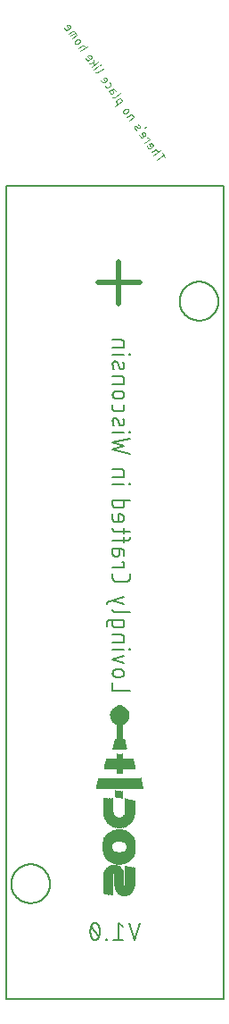
<source format=gbr>
G04 EAGLE Gerber RS-274X export*
G75*
%MOMM*%
%FSLAX34Y34*%
%LPD*%
%INSilkscreen Bottom*%
%IPPOS*%
%AMOC8*
5,1,8,0,0,1.08239X$1,22.5*%
G01*
%ADD10C,0.508000*%
%ADD11C,0.152400*%
%ADD12C,0.076200*%
%ADD13R,0.012700X0.012700*%
%ADD14R,0.012700X0.101600*%
%ADD15R,0.012700X0.139700*%
%ADD16R,0.012700X0.203200*%
%ADD17R,0.012700X0.241300*%
%ADD18R,0.012700X0.330200*%
%ADD19R,0.012700X0.368300*%
%ADD20R,0.012700X0.431800*%
%ADD21R,0.012700X0.469900*%
%ADD22R,0.012700X0.533400*%
%ADD23R,0.012700X0.571500*%
%ADD24R,0.012700X0.660400*%
%ADD25R,0.012700X0.698500*%
%ADD26R,0.012700X0.762000*%
%ADD27R,0.012700X0.800100*%
%ADD28R,0.012700X0.863600*%
%ADD29R,0.012700X0.927100*%
%ADD30R,0.012700X0.965200*%
%ADD31R,0.012700X0.977900*%
%ADD32R,0.012700X0.825500*%
%ADD33R,0.012700X1.054100*%
%ADD34R,0.012700X1.155700*%
%ADD35R,0.012700X1.104900*%
%ADD36R,0.012700X1.257300*%
%ADD37R,0.012700X1.460500*%
%ADD38R,0.012700X1.689100*%
%ADD39R,0.012700X1.333500*%
%ADD40R,0.012700X1.536700*%
%ADD41R,0.012700X1.816100*%
%ADD42R,0.012700X1.435100*%
%ADD43R,0.012700X1.638300*%
%ADD44R,0.012700X1.854200*%
%ADD45R,0.012700X1.485900*%
%ADD46R,0.012700X1.663700*%
%ADD47R,0.012700X1.917700*%
%ADD48R,0.012700X1.562100*%
%ADD49R,0.012700X1.739900*%
%ADD50R,0.012700X1.968500*%
%ADD51R,0.012700X1.765300*%
%ADD52R,0.012700X0.025400*%
%ADD53R,0.012700X2.032000*%
%ADD54R,0.012700X0.088900*%
%ADD55R,0.012700X2.044700*%
%ADD56R,0.012700X1.841500*%
%ADD57R,0.012700X2.120900*%
%ADD58R,0.012700X1.790700*%
%ADD59R,0.012700X1.892300*%
%ADD60R,0.012700X0.190500*%
%ADD61R,0.012700X0.266700*%
%ADD62R,0.012700X2.171700*%
%ADD63R,0.012700X1.866900*%
%ADD64R,0.012700X1.943100*%
%ADD65R,0.012700X0.292100*%
%ADD66R,0.012700X1.905000*%
%ADD67R,0.012700X2.222500*%
%ADD68R,0.012700X1.993900*%
%ADD69R,0.012700X0.419100*%
%ADD70R,0.012700X2.247900*%
%ADD71R,0.012700X2.273300*%
%ADD72R,0.012700X2.019300*%
%ADD73R,0.012700X0.520700*%
%ADD74R,0.012700X2.298700*%
%ADD75R,0.012700X2.057400*%
%ADD76R,0.012700X2.311400*%
%ADD77R,0.012700X2.095500*%
%ADD78R,0.012700X0.647700*%
%ADD79R,0.012700X2.324100*%
%ADD80R,0.012700X2.146300*%
%ADD81R,0.012700X2.374900*%
%ADD82R,0.012700X0.749300*%
%ADD83R,0.012700X2.197100*%
%ADD84R,0.012700X0.787400*%
%ADD85R,0.012700X2.400300*%
%ADD86R,0.012700X0.850900*%
%ADD87R,0.012700X2.413000*%
%ADD88R,0.012700X0.901700*%
%ADD89R,0.012700X2.425700*%
%ADD90R,0.012700X2.451100*%
%ADD91R,0.012700X2.463800*%
%ADD92R,0.012700X2.349500*%
%ADD93R,0.012700X2.476500*%
%ADD94R,0.012700X2.362200*%
%ADD95R,0.012700X2.489200*%
%ADD96R,0.012700X2.501900*%
%ADD97R,0.012700X2.540000*%
%ADD98R,0.012700X2.527300*%
%ADD99R,0.012700X2.552700*%
%ADD100R,0.012700X2.565400*%
%ADD101R,0.012700X2.578100*%
%ADD102R,0.012700X2.603500*%
%ADD103R,0.012700X2.616200*%
%ADD104R,0.012700X2.628900*%
%ADD105R,0.012700X2.654300*%
%ADD106R,0.012700X2.679700*%
%ADD107R,0.012700X2.667000*%
%ADD108R,0.012700X2.717800*%
%ADD109R,0.012700X2.705100*%
%ADD110R,0.012700X2.692400*%
%ADD111R,0.012700X2.730500*%
%ADD112R,0.012700X2.755900*%
%ADD113R,0.012700X2.781300*%
%ADD114R,0.012700X2.794000*%
%ADD115R,0.012700X2.806700*%
%ADD116R,0.012700X2.832100*%
%ADD117R,0.012700X2.743200*%
%ADD118R,0.012700X2.857500*%
%ADD119R,0.012700X2.882900*%
%ADD120R,0.012700X2.768600*%
%ADD121R,0.012700X2.895600*%
%ADD122R,0.012700X2.908300*%
%ADD123R,0.012700X2.933700*%
%ADD124R,0.012700X0.546100*%
%ADD125R,0.012700X0.596900*%
%ADD126R,0.012700X2.819400*%
%ADD127R,0.012700X2.946400*%
%ADD128R,0.012700X2.959100*%
%ADD129R,0.012700X0.723900*%
%ADD130R,0.012700X2.984500*%
%ADD131R,0.012700X0.838200*%
%ADD132R,0.012700X1.447800*%
%ADD133R,0.012700X1.358900*%
%ADD134R,0.012700X2.641600*%
%ADD135R,0.012700X1.003300*%
%ADD136R,0.012700X1.282700*%
%ADD137R,0.012700X1.028700*%
%ADD138R,0.012700X1.092200*%
%ADD139R,0.012700X2.870200*%
%ADD140R,0.012700X1.231900*%
%ADD141R,0.012700X1.181100*%
%ADD142R,0.012700X1.206500*%
%ADD143R,0.012700X1.219200*%
%ADD144R,0.012700X1.409700*%
%ADD145R,0.012700X0.063500*%
%ADD146R,0.012700X1.193800*%
%ADD147R,0.012700X1.384300*%
%ADD148R,0.012700X0.127000*%
%ADD149R,0.012700X1.308100*%
%ADD150R,0.012700X0.254000*%
%ADD151R,0.012700X1.168400*%
%ADD152R,0.012700X0.355600*%
%ADD153R,0.012700X0.393700*%
%ADD154R,0.012700X0.482600*%
%ADD155R,0.012700X0.584200*%
%ADD156R,0.012700X1.511300*%
%ADD157R,0.012700X1.143000*%
%ADD158R,0.012700X1.130300*%
%ADD159R,0.012700X0.622300*%
%ADD160R,0.012700X0.685800*%
%ADD161R,0.012700X0.812800*%
%ADD162R,0.012700X1.117600*%
%ADD163R,0.012700X1.587500*%
%ADD164R,0.012700X2.159000*%
%ADD165R,0.012700X0.914400*%
%ADD166R,0.012700X1.612900*%
%ADD167R,0.012700X0.952500*%
%ADD168R,0.012700X1.600200*%
%ADD169R,0.012700X2.260600*%
%ADD170R,0.012700X1.625600*%
%ADD171R,0.012700X1.079500*%
%ADD172R,0.012700X1.066800*%
%ADD173R,0.012700X0.609600*%
%ADD174R,0.012700X1.714500*%
%ADD175R,0.012700X1.041400*%
%ADD176R,0.012700X1.727200*%
%ADD177R,0.012700X0.038100*%
%ADD178R,0.012700X4.114800*%
%ADD179R,0.012700X1.828800*%
%ADD180R,0.012700X4.127500*%
%ADD181R,0.012700X1.016000*%
%ADD182R,0.012700X4.140200*%
%ADD183R,0.012700X0.990600*%
%ADD184R,0.012700X4.152900*%
%ADD185R,0.012700X4.165600*%
%ADD186R,0.012700X2.514600*%
%ADD187R,0.012700X2.387600*%
%ADD188R,0.012700X2.184400*%
%ADD189R,0.012700X2.006600*%
%ADD190R,0.012700X1.676400*%
%ADD191R,0.012700X0.939800*%
%ADD192R,0.012700X1.270000*%
%ADD193R,0.012700X1.549400*%
%ADD194R,0.012700X1.397000*%
%ADD195R,0.012700X2.844800*%
%ADD196R,0.012700X0.152400*%
%ADD197R,0.012700X1.371600*%
%ADD198R,0.012700X0.050800*%
%ADD199R,0.012700X2.438400*%
%ADD200R,0.012700X2.286000*%
%ADD201R,0.012700X2.235200*%
%ADD202R,0.012700X2.209800*%
%ADD203R,0.012700X2.108200*%
%ADD204R,0.012700X2.070100*%
%ADD205R,0.012700X1.955800*%
%ADD206R,0.012700X1.930400*%
%ADD207R,0.012700X1.803400*%
%ADD208R,0.012700X0.876300*%
%ADD209R,0.012700X1.574800*%
%ADD210R,0.012700X1.473200*%
%ADD211R,0.012700X0.317500*%
%ADD212R,0.012700X0.673100*%
%ADD213R,0.012700X0.558800*%
%ADD214R,0.012700X0.228600*%
%ADD215R,0.012700X0.165100*%
%ADD216C,0.127000*%


D10*
X133612Y683346D02*
X93988Y683346D01*
X113800Y663534D02*
X113800Y703158D01*
D11*
X134238Y77018D02*
X128819Y60762D01*
X123401Y77018D01*
X117704Y73406D02*
X113188Y77018D01*
X113188Y60762D01*
X108673Y60762D02*
X117704Y60762D01*
X102698Y60762D02*
X102698Y61665D01*
X101795Y61665D01*
X101795Y60762D01*
X102698Y60762D01*
X95820Y68890D02*
X95816Y69210D01*
X95805Y69529D01*
X95786Y69849D01*
X95759Y70167D01*
X95725Y70485D01*
X95683Y70802D01*
X95633Y71118D01*
X95576Y71433D01*
X95512Y71746D01*
X95440Y72058D01*
X95361Y72368D01*
X95274Y72675D01*
X95180Y72981D01*
X95079Y73284D01*
X94970Y73585D01*
X94855Y73883D01*
X94732Y74179D01*
X94602Y74471D01*
X94465Y74760D01*
X94465Y74761D02*
X94426Y74869D01*
X94383Y74976D01*
X94337Y75081D01*
X94286Y75185D01*
X94233Y75287D01*
X94176Y75387D01*
X94115Y75485D01*
X94051Y75580D01*
X93984Y75674D01*
X93913Y75765D01*
X93840Y75854D01*
X93763Y75940D01*
X93684Y76023D01*
X93602Y76104D01*
X93517Y76182D01*
X93429Y76256D01*
X93339Y76328D01*
X93247Y76396D01*
X93152Y76462D01*
X93055Y76524D01*
X92956Y76582D01*
X92854Y76638D01*
X92752Y76689D01*
X92647Y76737D01*
X92541Y76782D01*
X92433Y76823D01*
X92324Y76860D01*
X92214Y76893D01*
X92102Y76922D01*
X91990Y76948D01*
X91877Y76970D01*
X91763Y76987D01*
X91649Y77001D01*
X91534Y77011D01*
X91419Y77017D01*
X91304Y77019D01*
X91304Y77018D02*
X91189Y77016D01*
X91074Y77010D01*
X90959Y77000D01*
X90845Y76986D01*
X90731Y76969D01*
X90618Y76947D01*
X90506Y76921D01*
X90394Y76892D01*
X90284Y76859D01*
X90175Y76822D01*
X90067Y76781D01*
X89961Y76736D01*
X89857Y76688D01*
X89754Y76637D01*
X89653Y76581D01*
X89553Y76523D01*
X89456Y76461D01*
X89362Y76396D01*
X89269Y76327D01*
X89179Y76255D01*
X89091Y76181D01*
X89006Y76103D01*
X88924Y76022D01*
X88845Y75939D01*
X88768Y75853D01*
X88695Y75764D01*
X88624Y75673D01*
X88557Y75579D01*
X88493Y75484D01*
X88432Y75386D01*
X88375Y75286D01*
X88322Y75184D01*
X88271Y75080D01*
X88225Y74975D01*
X88182Y74868D01*
X88143Y74760D01*
X88144Y74760D02*
X88007Y74471D01*
X87877Y74179D01*
X87754Y73883D01*
X87639Y73585D01*
X87530Y73284D01*
X87429Y72981D01*
X87335Y72675D01*
X87248Y72368D01*
X87169Y72058D01*
X87097Y71746D01*
X87033Y71433D01*
X86976Y71118D01*
X86926Y70802D01*
X86884Y70485D01*
X86850Y70167D01*
X86823Y69849D01*
X86804Y69529D01*
X86793Y69210D01*
X86789Y68890D01*
X95820Y68890D02*
X95816Y68570D01*
X95805Y68251D01*
X95786Y67931D01*
X95759Y67613D01*
X95725Y67295D01*
X95683Y66978D01*
X95633Y66662D01*
X95576Y66347D01*
X95512Y66034D01*
X95440Y65722D01*
X95361Y65412D01*
X95274Y65105D01*
X95180Y64799D01*
X95079Y64496D01*
X94970Y64195D01*
X94855Y63897D01*
X94732Y63601D01*
X94602Y63309D01*
X94465Y63020D01*
X94426Y62912D01*
X94383Y62805D01*
X94337Y62700D01*
X94286Y62596D01*
X94233Y62494D01*
X94176Y62394D01*
X94115Y62296D01*
X94051Y62201D01*
X93984Y62107D01*
X93913Y62016D01*
X93840Y61927D01*
X93763Y61841D01*
X93684Y61758D01*
X93602Y61677D01*
X93517Y61599D01*
X93429Y61525D01*
X93339Y61453D01*
X93246Y61384D01*
X93152Y61319D01*
X93055Y61257D01*
X92955Y61199D01*
X92854Y61143D01*
X92752Y61092D01*
X92647Y61044D01*
X92541Y60999D01*
X92433Y60958D01*
X92324Y60921D01*
X92214Y60888D01*
X92102Y60859D01*
X91990Y60833D01*
X91877Y60811D01*
X91763Y60794D01*
X91649Y60780D01*
X91534Y60770D01*
X91419Y60764D01*
X91304Y60762D01*
X88144Y63020D02*
X88007Y63309D01*
X87877Y63601D01*
X87754Y63897D01*
X87639Y64195D01*
X87530Y64496D01*
X87429Y64799D01*
X87335Y65105D01*
X87248Y65412D01*
X87169Y65722D01*
X87097Y66034D01*
X87033Y66347D01*
X86976Y66662D01*
X86926Y66978D01*
X86884Y67295D01*
X86850Y67613D01*
X86823Y67931D01*
X86804Y68251D01*
X86793Y68570D01*
X86789Y68890D01*
X88143Y63020D02*
X88182Y62912D01*
X88225Y62805D01*
X88271Y62700D01*
X88322Y62596D01*
X88375Y62494D01*
X88433Y62394D01*
X88493Y62296D01*
X88557Y62201D01*
X88624Y62107D01*
X88695Y62016D01*
X88768Y61927D01*
X88845Y61841D01*
X88924Y61758D01*
X89006Y61677D01*
X89091Y61599D01*
X89179Y61525D01*
X89269Y61453D01*
X89362Y61384D01*
X89456Y61319D01*
X89553Y61257D01*
X89653Y61199D01*
X89754Y61143D01*
X89857Y61092D01*
X89961Y61044D01*
X90067Y60999D01*
X90175Y60958D01*
X90284Y60921D01*
X90394Y60888D01*
X90506Y60859D01*
X90618Y60833D01*
X90731Y60811D01*
X90845Y60794D01*
X90959Y60780D01*
X91074Y60770D01*
X91189Y60764D01*
X91304Y60762D01*
X94917Y64374D02*
X87692Y73406D01*
X107982Y297053D02*
X124238Y297053D01*
X107982Y297053D02*
X107982Y304278D01*
X111594Y309910D02*
X115207Y309910D01*
X115326Y309912D01*
X115446Y309918D01*
X115565Y309928D01*
X115683Y309942D01*
X115802Y309959D01*
X115919Y309981D01*
X116036Y310006D01*
X116151Y310036D01*
X116266Y310069D01*
X116380Y310106D01*
X116492Y310146D01*
X116603Y310191D01*
X116712Y310239D01*
X116820Y310290D01*
X116926Y310345D01*
X117030Y310404D01*
X117132Y310466D01*
X117232Y310531D01*
X117330Y310600D01*
X117426Y310672D01*
X117519Y310747D01*
X117609Y310824D01*
X117697Y310905D01*
X117782Y310989D01*
X117864Y311076D01*
X117944Y311165D01*
X118020Y311257D01*
X118094Y311351D01*
X118164Y311448D01*
X118231Y311546D01*
X118295Y311647D01*
X118355Y311751D01*
X118412Y311856D01*
X118465Y311963D01*
X118515Y312071D01*
X118561Y312181D01*
X118603Y312293D01*
X118642Y312406D01*
X118677Y312520D01*
X118708Y312635D01*
X118736Y312752D01*
X118759Y312869D01*
X118779Y312986D01*
X118795Y313105D01*
X118807Y313224D01*
X118815Y313343D01*
X118819Y313462D01*
X118819Y313582D01*
X118815Y313701D01*
X118807Y313820D01*
X118795Y313939D01*
X118779Y314058D01*
X118759Y314175D01*
X118736Y314292D01*
X118708Y314409D01*
X118677Y314524D01*
X118642Y314638D01*
X118603Y314751D01*
X118561Y314863D01*
X118515Y314973D01*
X118465Y315081D01*
X118412Y315188D01*
X118355Y315293D01*
X118295Y315397D01*
X118231Y315498D01*
X118164Y315596D01*
X118094Y315693D01*
X118020Y315787D01*
X117944Y315879D01*
X117864Y315968D01*
X117782Y316055D01*
X117697Y316139D01*
X117609Y316220D01*
X117519Y316297D01*
X117426Y316372D01*
X117330Y316444D01*
X117232Y316513D01*
X117132Y316578D01*
X117030Y316640D01*
X116926Y316699D01*
X116820Y316754D01*
X116712Y316805D01*
X116603Y316853D01*
X116492Y316898D01*
X116380Y316938D01*
X116266Y316975D01*
X116151Y317008D01*
X116036Y317038D01*
X115919Y317063D01*
X115802Y317085D01*
X115683Y317102D01*
X115565Y317116D01*
X115446Y317126D01*
X115326Y317132D01*
X115207Y317134D01*
X115207Y317135D02*
X111594Y317135D01*
X111594Y317134D02*
X111475Y317132D01*
X111355Y317126D01*
X111236Y317116D01*
X111118Y317102D01*
X110999Y317085D01*
X110882Y317063D01*
X110765Y317038D01*
X110650Y317008D01*
X110535Y316975D01*
X110421Y316938D01*
X110309Y316898D01*
X110198Y316853D01*
X110089Y316805D01*
X109981Y316754D01*
X109875Y316699D01*
X109771Y316640D01*
X109669Y316578D01*
X109569Y316513D01*
X109471Y316444D01*
X109375Y316372D01*
X109282Y316297D01*
X109192Y316220D01*
X109104Y316139D01*
X109019Y316055D01*
X108937Y315968D01*
X108857Y315879D01*
X108781Y315787D01*
X108707Y315693D01*
X108637Y315596D01*
X108570Y315498D01*
X108506Y315397D01*
X108446Y315293D01*
X108389Y315188D01*
X108336Y315081D01*
X108286Y314973D01*
X108240Y314863D01*
X108198Y314751D01*
X108159Y314638D01*
X108124Y314524D01*
X108093Y314409D01*
X108065Y314292D01*
X108042Y314175D01*
X108022Y314058D01*
X108006Y313939D01*
X107994Y313820D01*
X107986Y313701D01*
X107982Y313582D01*
X107982Y313462D01*
X107986Y313343D01*
X107994Y313224D01*
X108006Y313105D01*
X108022Y312986D01*
X108042Y312869D01*
X108065Y312752D01*
X108093Y312635D01*
X108124Y312520D01*
X108159Y312406D01*
X108198Y312293D01*
X108240Y312181D01*
X108286Y312071D01*
X108336Y311963D01*
X108389Y311856D01*
X108446Y311751D01*
X108506Y311647D01*
X108570Y311546D01*
X108637Y311448D01*
X108707Y311351D01*
X108781Y311257D01*
X108857Y311165D01*
X108937Y311076D01*
X109019Y310989D01*
X109104Y310905D01*
X109192Y310824D01*
X109282Y310747D01*
X109375Y310672D01*
X109471Y310600D01*
X109569Y310531D01*
X109669Y310466D01*
X109771Y310404D01*
X109875Y310345D01*
X109981Y310290D01*
X110089Y310239D01*
X110198Y310191D01*
X110309Y310146D01*
X110421Y310106D01*
X110535Y310069D01*
X110650Y310036D01*
X110765Y310006D01*
X110882Y309981D01*
X110999Y309959D01*
X111118Y309942D01*
X111236Y309928D01*
X111355Y309918D01*
X111475Y309912D01*
X111594Y309910D01*
X118819Y322936D02*
X107982Y326548D01*
X118819Y330161D01*
X118819Y335927D02*
X107982Y335927D01*
X123335Y335476D02*
X124238Y335476D01*
X124238Y336379D01*
X123335Y336379D01*
X123335Y335476D01*
X118819Y342736D02*
X107982Y342736D01*
X118819Y342736D02*
X118819Y347251D01*
X118817Y347352D01*
X118811Y347453D01*
X118802Y347554D01*
X118789Y347655D01*
X118772Y347755D01*
X118751Y347854D01*
X118727Y347952D01*
X118699Y348049D01*
X118667Y348146D01*
X118632Y348241D01*
X118593Y348334D01*
X118551Y348426D01*
X118505Y348517D01*
X118456Y348606D01*
X118404Y348692D01*
X118348Y348777D01*
X118290Y348860D01*
X118228Y348940D01*
X118163Y349018D01*
X118096Y349094D01*
X118026Y349167D01*
X117953Y349237D01*
X117877Y349304D01*
X117799Y349369D01*
X117719Y349431D01*
X117636Y349489D01*
X117551Y349545D01*
X117465Y349597D01*
X117376Y349646D01*
X117285Y349692D01*
X117193Y349734D01*
X117100Y349773D01*
X117005Y349808D01*
X116908Y349840D01*
X116811Y349868D01*
X116713Y349892D01*
X116614Y349913D01*
X116514Y349930D01*
X116413Y349943D01*
X116312Y349952D01*
X116211Y349958D01*
X116110Y349960D01*
X107982Y349960D01*
X107982Y359440D02*
X107982Y363955D01*
X107982Y359440D02*
X107984Y359339D01*
X107990Y359238D01*
X107999Y359137D01*
X108012Y359036D01*
X108029Y358936D01*
X108050Y358837D01*
X108074Y358739D01*
X108102Y358642D01*
X108134Y358545D01*
X108169Y358450D01*
X108208Y358357D01*
X108250Y358265D01*
X108296Y358174D01*
X108345Y358086D01*
X108397Y357999D01*
X108453Y357914D01*
X108511Y357831D01*
X108573Y357751D01*
X108638Y357673D01*
X108705Y357597D01*
X108775Y357524D01*
X108848Y357454D01*
X108924Y357387D01*
X109002Y357322D01*
X109082Y357260D01*
X109165Y357202D01*
X109250Y357146D01*
X109337Y357094D01*
X109425Y357045D01*
X109516Y356999D01*
X109608Y356957D01*
X109701Y356918D01*
X109796Y356883D01*
X109893Y356851D01*
X109990Y356823D01*
X110088Y356799D01*
X110187Y356778D01*
X110287Y356761D01*
X110388Y356748D01*
X110489Y356739D01*
X110590Y356733D01*
X110691Y356731D01*
X110691Y356730D02*
X116110Y356730D01*
X116110Y356731D02*
X116211Y356733D01*
X116312Y356739D01*
X116413Y356748D01*
X116514Y356761D01*
X116614Y356778D01*
X116713Y356799D01*
X116811Y356823D01*
X116908Y356851D01*
X117005Y356883D01*
X117100Y356918D01*
X117193Y356957D01*
X117285Y356999D01*
X117376Y357045D01*
X117464Y357094D01*
X117551Y357146D01*
X117636Y357202D01*
X117719Y357260D01*
X117799Y357322D01*
X117877Y357387D01*
X117953Y357454D01*
X118026Y357524D01*
X118096Y357597D01*
X118163Y357673D01*
X118228Y357751D01*
X118290Y357831D01*
X118348Y357914D01*
X118404Y357999D01*
X118456Y358086D01*
X118505Y358174D01*
X118551Y358265D01*
X118593Y358357D01*
X118632Y358450D01*
X118667Y358545D01*
X118699Y358642D01*
X118727Y358739D01*
X118751Y358837D01*
X118772Y358936D01*
X118789Y359036D01*
X118802Y359137D01*
X118811Y359238D01*
X118817Y359339D01*
X118819Y359440D01*
X118819Y363955D01*
X105273Y363955D01*
X105169Y363953D01*
X105066Y363947D01*
X104962Y363937D01*
X104859Y363923D01*
X104757Y363905D01*
X104656Y363884D01*
X104555Y363858D01*
X104456Y363829D01*
X104357Y363796D01*
X104260Y363759D01*
X104165Y363718D01*
X104071Y363674D01*
X103979Y363626D01*
X103889Y363575D01*
X103800Y363520D01*
X103714Y363462D01*
X103631Y363400D01*
X103549Y363336D01*
X103471Y363268D01*
X103395Y363198D01*
X103321Y363125D01*
X103251Y363048D01*
X103183Y362970D01*
X103119Y362888D01*
X103057Y362805D01*
X102999Y362719D01*
X102944Y362630D01*
X102893Y362540D01*
X102845Y362448D01*
X102801Y362354D01*
X102760Y362259D01*
X102723Y362162D01*
X102690Y362063D01*
X102661Y361964D01*
X102635Y361863D01*
X102614Y361762D01*
X102596Y361660D01*
X102582Y361557D01*
X102572Y361453D01*
X102566Y361350D01*
X102564Y361246D01*
X102563Y361246D02*
X102563Y357633D01*
X110691Y371109D02*
X124238Y371109D01*
X110691Y371109D02*
X110590Y371111D01*
X110489Y371117D01*
X110388Y371126D01*
X110287Y371139D01*
X110187Y371156D01*
X110088Y371177D01*
X109990Y371201D01*
X109893Y371229D01*
X109796Y371261D01*
X109701Y371296D01*
X109608Y371335D01*
X109516Y371377D01*
X109425Y371423D01*
X109337Y371472D01*
X109250Y371524D01*
X109165Y371580D01*
X109082Y371638D01*
X109002Y371700D01*
X108924Y371765D01*
X108848Y371832D01*
X108775Y371902D01*
X108705Y371975D01*
X108638Y372051D01*
X108573Y372129D01*
X108511Y372209D01*
X108453Y372292D01*
X108397Y372377D01*
X108345Y372464D01*
X108296Y372552D01*
X108250Y372643D01*
X108208Y372735D01*
X108169Y372828D01*
X108134Y372923D01*
X108102Y373020D01*
X108074Y373117D01*
X108050Y373215D01*
X108029Y373314D01*
X108012Y373414D01*
X107999Y373515D01*
X107990Y373616D01*
X107984Y373717D01*
X107982Y373818D01*
X102563Y378687D02*
X102563Y380494D01*
X118819Y385912D01*
X118819Y378687D02*
X107982Y382300D01*
X107982Y403762D02*
X107982Y407374D01*
X107982Y403762D02*
X107984Y403644D01*
X107990Y403526D01*
X107999Y403408D01*
X108013Y403291D01*
X108030Y403174D01*
X108051Y403057D01*
X108076Y402942D01*
X108105Y402827D01*
X108138Y402713D01*
X108174Y402601D01*
X108214Y402490D01*
X108257Y402380D01*
X108304Y402271D01*
X108354Y402164D01*
X108409Y402059D01*
X108466Y401956D01*
X108527Y401855D01*
X108591Y401755D01*
X108658Y401658D01*
X108728Y401563D01*
X108802Y401471D01*
X108878Y401380D01*
X108958Y401293D01*
X109040Y401208D01*
X109125Y401126D01*
X109212Y401046D01*
X109303Y400970D01*
X109395Y400896D01*
X109490Y400826D01*
X109587Y400759D01*
X109687Y400695D01*
X109788Y400634D01*
X109891Y400577D01*
X109996Y400522D01*
X110103Y400472D01*
X110212Y400425D01*
X110322Y400382D01*
X110433Y400342D01*
X110545Y400306D01*
X110659Y400273D01*
X110774Y400244D01*
X110889Y400219D01*
X111006Y400198D01*
X111123Y400181D01*
X111240Y400167D01*
X111358Y400158D01*
X111476Y400152D01*
X111594Y400150D01*
X111594Y400149D02*
X120626Y400149D01*
X120626Y400150D02*
X120744Y400152D01*
X120862Y400158D01*
X120980Y400167D01*
X121097Y400181D01*
X121214Y400198D01*
X121331Y400219D01*
X121446Y400244D01*
X121561Y400273D01*
X121675Y400306D01*
X121787Y400342D01*
X121898Y400382D01*
X122008Y400425D01*
X122117Y400472D01*
X122224Y400522D01*
X122329Y400576D01*
X122432Y400634D01*
X122533Y400695D01*
X122633Y400759D01*
X122730Y400826D01*
X122825Y400896D01*
X122917Y400970D01*
X123008Y401046D01*
X123095Y401126D01*
X123180Y401208D01*
X123262Y401293D01*
X123342Y401380D01*
X123418Y401471D01*
X123492Y401563D01*
X123562Y401658D01*
X123629Y401755D01*
X123693Y401855D01*
X123754Y401956D01*
X123811Y402059D01*
X123865Y402164D01*
X123916Y402271D01*
X123963Y402380D01*
X124006Y402490D01*
X124046Y402601D01*
X124082Y402713D01*
X124115Y402827D01*
X124144Y402942D01*
X124169Y403057D01*
X124190Y403174D01*
X124207Y403291D01*
X124221Y403408D01*
X124230Y403526D01*
X124236Y403644D01*
X124238Y403762D01*
X124238Y407374D01*
X118819Y413682D02*
X107982Y413682D01*
X118819Y413682D02*
X118819Y419101D01*
X117013Y419101D01*
X114304Y427105D02*
X114304Y431169D01*
X114304Y427105D02*
X114302Y426993D01*
X114296Y426882D01*
X114286Y426771D01*
X114273Y426660D01*
X114255Y426550D01*
X114233Y426441D01*
X114208Y426332D01*
X114179Y426224D01*
X114146Y426118D01*
X114109Y426012D01*
X114069Y425908D01*
X114025Y425806D01*
X113977Y425705D01*
X113926Y425606D01*
X113871Y425508D01*
X113813Y425413D01*
X113752Y425320D01*
X113687Y425229D01*
X113619Y425140D01*
X113548Y425054D01*
X113475Y424971D01*
X113398Y424890D01*
X113318Y424811D01*
X113236Y424736D01*
X113151Y424664D01*
X113064Y424594D01*
X112974Y424528D01*
X112882Y424465D01*
X112787Y424405D01*
X112691Y424349D01*
X112593Y424296D01*
X112493Y424247D01*
X112391Y424201D01*
X112288Y424159D01*
X112183Y424120D01*
X112077Y424085D01*
X111970Y424054D01*
X111862Y424027D01*
X111753Y424003D01*
X111643Y423984D01*
X111533Y423968D01*
X111422Y423956D01*
X111310Y423948D01*
X111199Y423944D01*
X111087Y423944D01*
X110976Y423948D01*
X110864Y423956D01*
X110753Y423968D01*
X110643Y423984D01*
X110533Y424003D01*
X110424Y424027D01*
X110316Y424054D01*
X110209Y424085D01*
X110103Y424120D01*
X109998Y424159D01*
X109895Y424201D01*
X109793Y424247D01*
X109693Y424296D01*
X109595Y424349D01*
X109499Y424405D01*
X109404Y424465D01*
X109312Y424528D01*
X109222Y424594D01*
X109135Y424664D01*
X109050Y424736D01*
X108968Y424811D01*
X108888Y424890D01*
X108811Y424971D01*
X108738Y425054D01*
X108667Y425140D01*
X108599Y425229D01*
X108534Y425320D01*
X108473Y425413D01*
X108415Y425508D01*
X108360Y425606D01*
X108309Y425705D01*
X108261Y425806D01*
X108217Y425908D01*
X108177Y426012D01*
X108140Y426118D01*
X108107Y426224D01*
X108078Y426332D01*
X108053Y426441D01*
X108031Y426550D01*
X108013Y426660D01*
X108000Y426771D01*
X107990Y426882D01*
X107984Y426993D01*
X107982Y427105D01*
X107982Y431169D01*
X116110Y431169D01*
X116211Y431167D01*
X116312Y431161D01*
X116413Y431152D01*
X116514Y431139D01*
X116614Y431122D01*
X116713Y431101D01*
X116811Y431077D01*
X116908Y431049D01*
X117005Y431017D01*
X117100Y430982D01*
X117193Y430943D01*
X117285Y430901D01*
X117376Y430855D01*
X117465Y430806D01*
X117551Y430754D01*
X117636Y430698D01*
X117719Y430640D01*
X117799Y430578D01*
X117877Y430513D01*
X117953Y430446D01*
X118026Y430376D01*
X118096Y430303D01*
X118163Y430227D01*
X118228Y430149D01*
X118290Y430069D01*
X118348Y429986D01*
X118404Y429901D01*
X118456Y429815D01*
X118505Y429726D01*
X118551Y429635D01*
X118593Y429543D01*
X118632Y429450D01*
X118667Y429355D01*
X118699Y429258D01*
X118727Y429161D01*
X118751Y429063D01*
X118772Y428964D01*
X118789Y428864D01*
X118802Y428763D01*
X118811Y428662D01*
X118817Y428561D01*
X118819Y428460D01*
X118819Y424848D01*
X121529Y438974D02*
X107982Y438974D01*
X121529Y438974D02*
X121633Y438976D01*
X121736Y438982D01*
X121840Y438992D01*
X121943Y439006D01*
X122045Y439024D01*
X122146Y439045D01*
X122247Y439071D01*
X122346Y439100D01*
X122445Y439133D01*
X122542Y439170D01*
X122637Y439211D01*
X122731Y439255D01*
X122823Y439303D01*
X122913Y439354D01*
X123002Y439409D01*
X123088Y439467D01*
X123171Y439529D01*
X123253Y439593D01*
X123331Y439661D01*
X123407Y439731D01*
X123481Y439804D01*
X123551Y439881D01*
X123619Y439959D01*
X123683Y440041D01*
X123745Y440124D01*
X123803Y440210D01*
X123858Y440299D01*
X123909Y440389D01*
X123957Y440481D01*
X124001Y440575D01*
X124042Y440670D01*
X124079Y440767D01*
X124112Y440866D01*
X124141Y440965D01*
X124167Y441066D01*
X124188Y441167D01*
X124206Y441269D01*
X124220Y441372D01*
X124230Y441476D01*
X124236Y441579D01*
X124238Y441683D01*
X124238Y442586D01*
X118819Y442586D02*
X118819Y437167D01*
X118819Y445646D02*
X118819Y451065D01*
X124238Y447453D02*
X110691Y447453D01*
X110590Y447455D01*
X110489Y447461D01*
X110388Y447470D01*
X110287Y447483D01*
X110187Y447500D01*
X110088Y447521D01*
X109990Y447545D01*
X109893Y447573D01*
X109796Y447605D01*
X109701Y447640D01*
X109608Y447679D01*
X109516Y447721D01*
X109425Y447767D01*
X109337Y447816D01*
X109250Y447868D01*
X109165Y447924D01*
X109082Y447982D01*
X109002Y448044D01*
X108924Y448109D01*
X108848Y448176D01*
X108775Y448246D01*
X108705Y448319D01*
X108638Y448395D01*
X108573Y448473D01*
X108511Y448553D01*
X108453Y448636D01*
X108397Y448721D01*
X108345Y448808D01*
X108296Y448896D01*
X108250Y448987D01*
X108208Y449079D01*
X108169Y449172D01*
X108134Y449267D01*
X108102Y449364D01*
X108074Y449461D01*
X108050Y449559D01*
X108029Y449658D01*
X108012Y449758D01*
X107999Y449859D01*
X107990Y449960D01*
X107984Y450061D01*
X107982Y450162D01*
X107982Y451065D01*
X107982Y459553D02*
X107982Y464068D01*
X107982Y459553D02*
X107984Y459452D01*
X107990Y459351D01*
X107999Y459250D01*
X108012Y459149D01*
X108029Y459049D01*
X108050Y458950D01*
X108074Y458852D01*
X108102Y458755D01*
X108134Y458658D01*
X108169Y458563D01*
X108208Y458470D01*
X108250Y458378D01*
X108296Y458287D01*
X108345Y458199D01*
X108397Y458112D01*
X108453Y458027D01*
X108511Y457944D01*
X108573Y457864D01*
X108638Y457786D01*
X108705Y457710D01*
X108775Y457637D01*
X108848Y457567D01*
X108924Y457500D01*
X109002Y457435D01*
X109082Y457373D01*
X109165Y457315D01*
X109250Y457259D01*
X109337Y457207D01*
X109425Y457158D01*
X109516Y457112D01*
X109608Y457070D01*
X109701Y457031D01*
X109796Y456996D01*
X109893Y456964D01*
X109990Y456936D01*
X110088Y456912D01*
X110187Y456891D01*
X110287Y456874D01*
X110388Y456861D01*
X110489Y456852D01*
X110590Y456846D01*
X110691Y456844D01*
X110691Y456843D02*
X115207Y456843D01*
X115207Y456844D02*
X115326Y456846D01*
X115446Y456852D01*
X115565Y456862D01*
X115683Y456876D01*
X115802Y456893D01*
X115919Y456915D01*
X116036Y456940D01*
X116151Y456970D01*
X116266Y457003D01*
X116380Y457040D01*
X116492Y457080D01*
X116603Y457125D01*
X116712Y457173D01*
X116820Y457224D01*
X116926Y457279D01*
X117030Y457338D01*
X117132Y457400D01*
X117232Y457465D01*
X117330Y457534D01*
X117426Y457606D01*
X117519Y457681D01*
X117609Y457758D01*
X117697Y457839D01*
X117782Y457923D01*
X117864Y458010D01*
X117944Y458099D01*
X118020Y458191D01*
X118094Y458285D01*
X118164Y458382D01*
X118231Y458480D01*
X118295Y458581D01*
X118355Y458685D01*
X118412Y458790D01*
X118465Y458897D01*
X118515Y459005D01*
X118561Y459115D01*
X118603Y459227D01*
X118642Y459340D01*
X118677Y459454D01*
X118708Y459569D01*
X118736Y459686D01*
X118759Y459803D01*
X118779Y459920D01*
X118795Y460039D01*
X118807Y460158D01*
X118815Y460277D01*
X118819Y460396D01*
X118819Y460516D01*
X118815Y460635D01*
X118807Y460754D01*
X118795Y460873D01*
X118779Y460992D01*
X118759Y461109D01*
X118736Y461226D01*
X118708Y461343D01*
X118677Y461458D01*
X118642Y461572D01*
X118603Y461685D01*
X118561Y461797D01*
X118515Y461907D01*
X118465Y462015D01*
X118412Y462122D01*
X118355Y462227D01*
X118295Y462331D01*
X118231Y462432D01*
X118164Y462530D01*
X118094Y462627D01*
X118020Y462721D01*
X117944Y462813D01*
X117864Y462902D01*
X117782Y462989D01*
X117697Y463073D01*
X117609Y463154D01*
X117519Y463231D01*
X117426Y463306D01*
X117330Y463378D01*
X117232Y463447D01*
X117132Y463512D01*
X117030Y463574D01*
X116926Y463633D01*
X116820Y463688D01*
X116712Y463739D01*
X116603Y463787D01*
X116492Y463832D01*
X116380Y463872D01*
X116266Y463909D01*
X116151Y463942D01*
X116036Y463972D01*
X115919Y463997D01*
X115802Y464019D01*
X115683Y464036D01*
X115565Y464050D01*
X115446Y464060D01*
X115326Y464066D01*
X115207Y464068D01*
X113401Y464068D01*
X113401Y456843D01*
X107982Y477542D02*
X124238Y477542D01*
X107982Y477542D02*
X107982Y473026D01*
X107984Y472925D01*
X107990Y472824D01*
X107999Y472723D01*
X108012Y472622D01*
X108029Y472522D01*
X108050Y472423D01*
X108074Y472325D01*
X108102Y472228D01*
X108134Y472131D01*
X108169Y472036D01*
X108208Y471943D01*
X108250Y471851D01*
X108296Y471760D01*
X108345Y471672D01*
X108397Y471585D01*
X108453Y471500D01*
X108511Y471417D01*
X108573Y471337D01*
X108638Y471259D01*
X108705Y471183D01*
X108775Y471110D01*
X108848Y471040D01*
X108924Y470973D01*
X109002Y470908D01*
X109082Y470846D01*
X109165Y470788D01*
X109250Y470732D01*
X109337Y470680D01*
X109425Y470631D01*
X109516Y470585D01*
X109608Y470543D01*
X109701Y470504D01*
X109796Y470469D01*
X109893Y470437D01*
X109990Y470409D01*
X110088Y470385D01*
X110187Y470364D01*
X110287Y470347D01*
X110388Y470334D01*
X110489Y470325D01*
X110590Y470319D01*
X110691Y470317D01*
X116110Y470317D01*
X116211Y470319D01*
X116312Y470325D01*
X116413Y470334D01*
X116514Y470347D01*
X116614Y470364D01*
X116713Y470385D01*
X116811Y470409D01*
X116908Y470437D01*
X117005Y470469D01*
X117100Y470504D01*
X117193Y470543D01*
X117285Y470585D01*
X117376Y470631D01*
X117464Y470680D01*
X117551Y470732D01*
X117636Y470788D01*
X117719Y470846D01*
X117799Y470908D01*
X117877Y470973D01*
X117953Y471040D01*
X118026Y471110D01*
X118096Y471183D01*
X118163Y471259D01*
X118228Y471337D01*
X118290Y471417D01*
X118348Y471500D01*
X118404Y471585D01*
X118456Y471672D01*
X118505Y471760D01*
X118551Y471851D01*
X118593Y471943D01*
X118632Y472036D01*
X118667Y472131D01*
X118699Y472228D01*
X118727Y472325D01*
X118751Y472423D01*
X118772Y472522D01*
X118789Y472622D01*
X118802Y472723D01*
X118811Y472824D01*
X118817Y472925D01*
X118819Y473026D01*
X118819Y477542D01*
X118819Y492760D02*
X107982Y492760D01*
X123335Y492309D02*
X124238Y492309D01*
X124238Y493212D01*
X123335Y493212D01*
X123335Y492309D01*
X118819Y499569D02*
X107982Y499569D01*
X118819Y499569D02*
X118819Y504084D01*
X118817Y504185D01*
X118811Y504286D01*
X118802Y504387D01*
X118789Y504488D01*
X118772Y504588D01*
X118751Y504687D01*
X118727Y504785D01*
X118699Y504882D01*
X118667Y504979D01*
X118632Y505074D01*
X118593Y505167D01*
X118551Y505259D01*
X118505Y505350D01*
X118456Y505439D01*
X118404Y505525D01*
X118348Y505610D01*
X118290Y505693D01*
X118228Y505773D01*
X118163Y505851D01*
X118096Y505927D01*
X118026Y506000D01*
X117953Y506070D01*
X117877Y506137D01*
X117799Y506202D01*
X117719Y506264D01*
X117636Y506322D01*
X117551Y506378D01*
X117465Y506430D01*
X117376Y506479D01*
X117285Y506525D01*
X117193Y506567D01*
X117100Y506606D01*
X117005Y506641D01*
X116908Y506673D01*
X116811Y506701D01*
X116713Y506725D01*
X116614Y506746D01*
X116514Y506763D01*
X116413Y506776D01*
X116312Y506785D01*
X116211Y506791D01*
X116110Y506793D01*
X107982Y506793D01*
X107982Y525100D02*
X124238Y521487D01*
X118819Y528712D02*
X107982Y525100D01*
X107982Y532324D02*
X118819Y528712D01*
X124238Y535937D02*
X107982Y532324D01*
X107982Y541738D02*
X118819Y541738D01*
X123335Y541286D02*
X124238Y541286D01*
X124238Y542190D01*
X123335Y542190D01*
X123335Y541286D01*
X114304Y549380D02*
X112498Y553896D01*
X114304Y549380D02*
X114341Y549292D01*
X114382Y549206D01*
X114426Y549121D01*
X114474Y549038D01*
X114525Y548958D01*
X114579Y548879D01*
X114637Y548803D01*
X114697Y548729D01*
X114761Y548657D01*
X114827Y548589D01*
X114897Y548523D01*
X114968Y548460D01*
X115043Y548399D01*
X115119Y548342D01*
X115198Y548289D01*
X115279Y548238D01*
X115362Y548191D01*
X115447Y548147D01*
X115534Y548107D01*
X115622Y548070D01*
X115712Y548037D01*
X115803Y548007D01*
X115895Y547982D01*
X115988Y547960D01*
X116082Y547942D01*
X116176Y547927D01*
X116271Y547917D01*
X116367Y547911D01*
X116462Y547908D01*
X116558Y547909D01*
X116653Y547915D01*
X116749Y547924D01*
X116843Y547937D01*
X116937Y547953D01*
X117031Y547974D01*
X117123Y547999D01*
X117214Y548027D01*
X117304Y548059D01*
X117393Y548094D01*
X117480Y548133D01*
X117566Y548176D01*
X117650Y548222D01*
X117731Y548272D01*
X117811Y548324D01*
X117889Y548380D01*
X117964Y548440D01*
X118036Y548502D01*
X118106Y548567D01*
X118174Y548635D01*
X118238Y548705D01*
X118300Y548778D01*
X118358Y548854D01*
X118414Y548932D01*
X118466Y549012D01*
X118515Y549094D01*
X118560Y549178D01*
X118602Y549264D01*
X118641Y549351D01*
X118676Y549440D01*
X118707Y549531D01*
X118734Y549622D01*
X118758Y549715D01*
X118778Y549808D01*
X118794Y549902D01*
X118806Y549997D01*
X118815Y550092D01*
X118819Y550188D01*
X118820Y550283D01*
X118813Y550530D01*
X118801Y550776D01*
X118783Y551022D01*
X118758Y551268D01*
X118728Y551512D01*
X118692Y551756D01*
X118651Y551999D01*
X118603Y552241D01*
X118549Y552482D01*
X118490Y552721D01*
X118425Y552959D01*
X118354Y553195D01*
X118278Y553430D01*
X118196Y553663D01*
X118108Y553893D01*
X118015Y554121D01*
X117917Y554348D01*
X112497Y553896D02*
X112460Y553984D01*
X112419Y554070D01*
X112375Y554155D01*
X112327Y554238D01*
X112276Y554318D01*
X112222Y554397D01*
X112164Y554473D01*
X112104Y554547D01*
X112040Y554619D01*
X111974Y554687D01*
X111904Y554753D01*
X111833Y554816D01*
X111758Y554877D01*
X111682Y554934D01*
X111603Y554987D01*
X111522Y555038D01*
X111439Y555085D01*
X111354Y555129D01*
X111267Y555169D01*
X111179Y555206D01*
X111089Y555239D01*
X110998Y555269D01*
X110906Y555294D01*
X110813Y555316D01*
X110719Y555334D01*
X110625Y555349D01*
X110530Y555359D01*
X110434Y555365D01*
X110339Y555368D01*
X110243Y555367D01*
X110148Y555361D01*
X110052Y555352D01*
X109958Y555339D01*
X109864Y555323D01*
X109770Y555302D01*
X109678Y555277D01*
X109587Y555249D01*
X109497Y555217D01*
X109408Y555182D01*
X109321Y555143D01*
X109235Y555100D01*
X109151Y555054D01*
X109070Y555004D01*
X108990Y554952D01*
X108912Y554896D01*
X108837Y554836D01*
X108765Y554774D01*
X108695Y554709D01*
X108627Y554641D01*
X108563Y554571D01*
X108501Y554498D01*
X108443Y554422D01*
X108387Y554344D01*
X108335Y554264D01*
X108286Y554182D01*
X108241Y554098D01*
X108199Y554012D01*
X108160Y553925D01*
X108125Y553836D01*
X108094Y553745D01*
X108067Y553654D01*
X108043Y553561D01*
X108023Y553468D01*
X108007Y553374D01*
X107995Y553279D01*
X107986Y553184D01*
X107982Y553088D01*
X107981Y552993D01*
X107982Y552992D02*
X107991Y552630D01*
X108009Y552268D01*
X108036Y551907D01*
X108071Y551547D01*
X108114Y551187D01*
X108166Y550828D01*
X108227Y550471D01*
X108296Y550116D01*
X108373Y549762D01*
X108459Y549410D01*
X108553Y549060D01*
X108656Y548712D01*
X108766Y548367D01*
X108885Y548025D01*
X107982Y564299D02*
X107982Y567912D01*
X107982Y564299D02*
X107984Y564198D01*
X107990Y564097D01*
X107999Y563996D01*
X108012Y563895D01*
X108029Y563795D01*
X108050Y563696D01*
X108074Y563598D01*
X108102Y563501D01*
X108134Y563404D01*
X108169Y563309D01*
X108208Y563216D01*
X108250Y563124D01*
X108296Y563033D01*
X108345Y562945D01*
X108397Y562858D01*
X108453Y562773D01*
X108511Y562690D01*
X108573Y562610D01*
X108638Y562532D01*
X108705Y562456D01*
X108775Y562383D01*
X108848Y562313D01*
X108924Y562246D01*
X109002Y562181D01*
X109082Y562119D01*
X109165Y562061D01*
X109250Y562005D01*
X109337Y561953D01*
X109425Y561904D01*
X109516Y561858D01*
X109608Y561816D01*
X109701Y561777D01*
X109796Y561742D01*
X109893Y561710D01*
X109990Y561682D01*
X110088Y561658D01*
X110187Y561637D01*
X110287Y561620D01*
X110388Y561607D01*
X110489Y561598D01*
X110590Y561592D01*
X110691Y561590D01*
X116110Y561590D01*
X116211Y561592D01*
X116312Y561598D01*
X116413Y561607D01*
X116514Y561620D01*
X116614Y561637D01*
X116713Y561658D01*
X116811Y561682D01*
X116908Y561710D01*
X117005Y561742D01*
X117100Y561777D01*
X117193Y561816D01*
X117285Y561858D01*
X117376Y561904D01*
X117464Y561953D01*
X117551Y562005D01*
X117636Y562061D01*
X117719Y562119D01*
X117799Y562181D01*
X117877Y562246D01*
X117953Y562313D01*
X118026Y562383D01*
X118096Y562456D01*
X118163Y562532D01*
X118228Y562610D01*
X118290Y562690D01*
X118348Y562773D01*
X118404Y562858D01*
X118456Y562945D01*
X118505Y563033D01*
X118551Y563124D01*
X118593Y563216D01*
X118632Y563309D01*
X118667Y563404D01*
X118699Y563501D01*
X118727Y563598D01*
X118751Y563696D01*
X118772Y563795D01*
X118789Y563895D01*
X118802Y563996D01*
X118811Y564097D01*
X118817Y564198D01*
X118819Y564299D01*
X118819Y567912D01*
X115207Y573556D02*
X111594Y573556D01*
X115207Y573557D02*
X115326Y573559D01*
X115446Y573565D01*
X115565Y573575D01*
X115683Y573589D01*
X115802Y573606D01*
X115919Y573628D01*
X116036Y573653D01*
X116151Y573683D01*
X116266Y573716D01*
X116380Y573753D01*
X116492Y573793D01*
X116603Y573838D01*
X116712Y573886D01*
X116820Y573937D01*
X116926Y573992D01*
X117030Y574051D01*
X117132Y574113D01*
X117232Y574178D01*
X117330Y574247D01*
X117426Y574319D01*
X117519Y574394D01*
X117609Y574471D01*
X117697Y574552D01*
X117782Y574636D01*
X117864Y574723D01*
X117944Y574812D01*
X118020Y574904D01*
X118094Y574998D01*
X118164Y575095D01*
X118231Y575193D01*
X118295Y575294D01*
X118355Y575398D01*
X118412Y575503D01*
X118465Y575610D01*
X118515Y575718D01*
X118561Y575828D01*
X118603Y575940D01*
X118642Y576053D01*
X118677Y576167D01*
X118708Y576282D01*
X118736Y576399D01*
X118759Y576516D01*
X118779Y576633D01*
X118795Y576752D01*
X118807Y576871D01*
X118815Y576990D01*
X118819Y577109D01*
X118819Y577229D01*
X118815Y577348D01*
X118807Y577467D01*
X118795Y577586D01*
X118779Y577705D01*
X118759Y577822D01*
X118736Y577939D01*
X118708Y578056D01*
X118677Y578171D01*
X118642Y578285D01*
X118603Y578398D01*
X118561Y578510D01*
X118515Y578620D01*
X118465Y578728D01*
X118412Y578835D01*
X118355Y578940D01*
X118295Y579044D01*
X118231Y579145D01*
X118164Y579243D01*
X118094Y579340D01*
X118020Y579434D01*
X117944Y579526D01*
X117864Y579615D01*
X117782Y579702D01*
X117697Y579786D01*
X117609Y579867D01*
X117519Y579944D01*
X117426Y580019D01*
X117330Y580091D01*
X117232Y580160D01*
X117132Y580225D01*
X117030Y580287D01*
X116926Y580346D01*
X116820Y580401D01*
X116712Y580452D01*
X116603Y580500D01*
X116492Y580545D01*
X116380Y580585D01*
X116266Y580622D01*
X116151Y580655D01*
X116036Y580685D01*
X115919Y580710D01*
X115802Y580732D01*
X115683Y580749D01*
X115565Y580763D01*
X115446Y580773D01*
X115326Y580779D01*
X115207Y580781D01*
X111594Y580781D01*
X111475Y580779D01*
X111355Y580773D01*
X111236Y580763D01*
X111118Y580749D01*
X110999Y580732D01*
X110882Y580710D01*
X110765Y580685D01*
X110650Y580655D01*
X110535Y580622D01*
X110421Y580585D01*
X110309Y580545D01*
X110198Y580500D01*
X110089Y580452D01*
X109981Y580401D01*
X109875Y580346D01*
X109771Y580287D01*
X109669Y580225D01*
X109569Y580160D01*
X109471Y580091D01*
X109375Y580019D01*
X109282Y579944D01*
X109192Y579867D01*
X109104Y579786D01*
X109019Y579702D01*
X108937Y579615D01*
X108857Y579526D01*
X108781Y579434D01*
X108707Y579340D01*
X108637Y579243D01*
X108570Y579145D01*
X108506Y579044D01*
X108446Y578940D01*
X108389Y578835D01*
X108336Y578728D01*
X108286Y578620D01*
X108240Y578510D01*
X108198Y578398D01*
X108159Y578285D01*
X108124Y578171D01*
X108093Y578056D01*
X108065Y577939D01*
X108042Y577822D01*
X108022Y577705D01*
X108006Y577586D01*
X107994Y577467D01*
X107986Y577348D01*
X107982Y577229D01*
X107982Y577109D01*
X107986Y576990D01*
X107994Y576871D01*
X108006Y576752D01*
X108022Y576633D01*
X108042Y576516D01*
X108065Y576399D01*
X108093Y576282D01*
X108124Y576167D01*
X108159Y576053D01*
X108198Y575940D01*
X108240Y575828D01*
X108286Y575718D01*
X108336Y575610D01*
X108389Y575503D01*
X108446Y575398D01*
X108506Y575294D01*
X108570Y575193D01*
X108637Y575095D01*
X108707Y574998D01*
X108781Y574904D01*
X108857Y574812D01*
X108937Y574723D01*
X109019Y574636D01*
X109104Y574552D01*
X109192Y574471D01*
X109282Y574394D01*
X109375Y574319D01*
X109471Y574247D01*
X109569Y574178D01*
X109669Y574113D01*
X109771Y574051D01*
X109875Y573992D01*
X109981Y573937D01*
X110089Y573886D01*
X110198Y573838D01*
X110309Y573793D01*
X110421Y573753D01*
X110535Y573716D01*
X110650Y573683D01*
X110765Y573653D01*
X110882Y573628D01*
X110999Y573606D01*
X111118Y573589D01*
X111236Y573575D01*
X111355Y573565D01*
X111475Y573559D01*
X111594Y573557D01*
X107982Y587624D02*
X118819Y587624D01*
X118819Y592140D01*
X118817Y592241D01*
X118811Y592342D01*
X118802Y592443D01*
X118789Y592544D01*
X118772Y592644D01*
X118751Y592743D01*
X118727Y592841D01*
X118699Y592938D01*
X118667Y593035D01*
X118632Y593130D01*
X118593Y593223D01*
X118551Y593315D01*
X118505Y593406D01*
X118456Y593495D01*
X118404Y593581D01*
X118348Y593666D01*
X118290Y593749D01*
X118228Y593829D01*
X118163Y593907D01*
X118096Y593983D01*
X118026Y594056D01*
X117953Y594126D01*
X117877Y594193D01*
X117799Y594258D01*
X117719Y594320D01*
X117636Y594378D01*
X117551Y594434D01*
X117465Y594486D01*
X117376Y594535D01*
X117285Y594581D01*
X117193Y594623D01*
X117100Y594662D01*
X117005Y594697D01*
X116908Y594729D01*
X116811Y594757D01*
X116713Y594781D01*
X116614Y594802D01*
X116514Y594819D01*
X116413Y594832D01*
X116312Y594841D01*
X116211Y594847D01*
X116110Y594849D01*
X107982Y594849D01*
X114304Y603047D02*
X112498Y607563D01*
X114304Y603047D02*
X114341Y602959D01*
X114382Y602873D01*
X114426Y602788D01*
X114474Y602705D01*
X114525Y602625D01*
X114579Y602546D01*
X114637Y602470D01*
X114697Y602396D01*
X114761Y602324D01*
X114827Y602256D01*
X114897Y602190D01*
X114968Y602127D01*
X115043Y602066D01*
X115119Y602009D01*
X115198Y601956D01*
X115279Y601905D01*
X115362Y601858D01*
X115447Y601814D01*
X115534Y601774D01*
X115622Y601737D01*
X115712Y601704D01*
X115803Y601674D01*
X115895Y601649D01*
X115988Y601627D01*
X116082Y601609D01*
X116176Y601594D01*
X116271Y601584D01*
X116367Y601578D01*
X116462Y601575D01*
X116558Y601576D01*
X116653Y601582D01*
X116749Y601591D01*
X116843Y601604D01*
X116937Y601620D01*
X117031Y601641D01*
X117123Y601666D01*
X117214Y601694D01*
X117304Y601726D01*
X117393Y601761D01*
X117480Y601800D01*
X117566Y601843D01*
X117650Y601889D01*
X117731Y601939D01*
X117811Y601991D01*
X117889Y602047D01*
X117964Y602107D01*
X118036Y602169D01*
X118106Y602234D01*
X118174Y602302D01*
X118238Y602372D01*
X118300Y602445D01*
X118358Y602521D01*
X118414Y602599D01*
X118466Y602679D01*
X118515Y602761D01*
X118560Y602845D01*
X118602Y602931D01*
X118641Y603018D01*
X118676Y603107D01*
X118707Y603198D01*
X118734Y603289D01*
X118758Y603382D01*
X118778Y603475D01*
X118794Y603569D01*
X118806Y603664D01*
X118815Y603759D01*
X118819Y603855D01*
X118820Y603950D01*
X118813Y604197D01*
X118801Y604443D01*
X118783Y604689D01*
X118758Y604935D01*
X118728Y605179D01*
X118692Y605423D01*
X118651Y605666D01*
X118603Y605908D01*
X118549Y606149D01*
X118490Y606388D01*
X118425Y606626D01*
X118354Y606862D01*
X118278Y607097D01*
X118196Y607330D01*
X118108Y607560D01*
X118015Y607788D01*
X117917Y608015D01*
X112497Y607563D02*
X112460Y607651D01*
X112419Y607737D01*
X112375Y607822D01*
X112327Y607905D01*
X112276Y607985D01*
X112222Y608064D01*
X112164Y608140D01*
X112104Y608214D01*
X112040Y608286D01*
X111974Y608354D01*
X111904Y608420D01*
X111833Y608483D01*
X111758Y608544D01*
X111682Y608601D01*
X111603Y608654D01*
X111522Y608705D01*
X111439Y608752D01*
X111354Y608796D01*
X111267Y608836D01*
X111179Y608873D01*
X111089Y608906D01*
X110998Y608936D01*
X110906Y608961D01*
X110813Y608983D01*
X110719Y609001D01*
X110625Y609016D01*
X110530Y609026D01*
X110434Y609032D01*
X110339Y609035D01*
X110243Y609034D01*
X110148Y609028D01*
X110052Y609019D01*
X109958Y609006D01*
X109864Y608990D01*
X109770Y608969D01*
X109678Y608944D01*
X109587Y608916D01*
X109497Y608884D01*
X109408Y608849D01*
X109321Y608810D01*
X109235Y608767D01*
X109151Y608721D01*
X109070Y608671D01*
X108990Y608619D01*
X108912Y608563D01*
X108837Y608503D01*
X108765Y608441D01*
X108695Y608376D01*
X108627Y608308D01*
X108563Y608238D01*
X108501Y608165D01*
X108443Y608089D01*
X108387Y608011D01*
X108335Y607931D01*
X108286Y607849D01*
X108241Y607765D01*
X108199Y607679D01*
X108160Y607592D01*
X108125Y607503D01*
X108094Y607412D01*
X108067Y607321D01*
X108043Y607228D01*
X108023Y607135D01*
X108007Y607041D01*
X107995Y606946D01*
X107986Y606851D01*
X107982Y606755D01*
X107981Y606660D01*
X107982Y606659D02*
X107991Y606297D01*
X108009Y605935D01*
X108036Y605574D01*
X108071Y605214D01*
X108114Y604854D01*
X108166Y604495D01*
X108227Y604138D01*
X108296Y603783D01*
X108373Y603429D01*
X108459Y603077D01*
X108553Y602727D01*
X108656Y602379D01*
X108766Y602034D01*
X108885Y601692D01*
X107982Y615205D02*
X118819Y615205D01*
X123335Y614753D02*
X124238Y614753D01*
X124238Y615656D01*
X123335Y615656D01*
X123335Y614753D01*
X118819Y622013D02*
X107982Y622013D01*
X118819Y622013D02*
X118819Y626529D01*
X118817Y626630D01*
X118811Y626731D01*
X118802Y626832D01*
X118789Y626933D01*
X118772Y627033D01*
X118751Y627132D01*
X118727Y627230D01*
X118699Y627327D01*
X118667Y627424D01*
X118632Y627519D01*
X118593Y627612D01*
X118551Y627704D01*
X118505Y627795D01*
X118456Y627884D01*
X118404Y627970D01*
X118348Y628055D01*
X118290Y628138D01*
X118228Y628218D01*
X118163Y628296D01*
X118096Y628372D01*
X118026Y628445D01*
X117953Y628515D01*
X117877Y628582D01*
X117799Y628647D01*
X117719Y628709D01*
X117636Y628767D01*
X117551Y628823D01*
X117465Y628875D01*
X117376Y628924D01*
X117285Y628970D01*
X117193Y629012D01*
X117100Y629051D01*
X117005Y629086D01*
X116908Y629118D01*
X116811Y629146D01*
X116713Y629170D01*
X116614Y629191D01*
X116514Y629208D01*
X116413Y629221D01*
X116312Y629230D01*
X116211Y629236D01*
X116110Y629238D01*
X107982Y629238D01*
D12*
X149702Y799732D02*
X156360Y804394D01*
X157655Y802545D02*
X155065Y806244D01*
X153265Y808813D02*
X146607Y804151D01*
X151046Y807259D02*
X149751Y809109D01*
X149751Y809108D02*
X149707Y809167D01*
X149660Y809224D01*
X149611Y809278D01*
X149558Y809329D01*
X149503Y809377D01*
X149445Y809422D01*
X149384Y809464D01*
X149322Y809502D01*
X149258Y809538D01*
X149191Y809569D01*
X149124Y809597D01*
X149054Y809621D01*
X148984Y809642D01*
X148912Y809659D01*
X148840Y809671D01*
X148767Y809680D01*
X148694Y809685D01*
X148621Y809686D01*
X148547Y809683D01*
X148474Y809676D01*
X148402Y809665D01*
X148330Y809650D01*
X148259Y809631D01*
X148189Y809608D01*
X148121Y809582D01*
X148054Y809552D01*
X147988Y809518D01*
X147925Y809481D01*
X147864Y809441D01*
X144535Y807110D01*
X141700Y811159D02*
X140405Y813009D01*
X141700Y811159D02*
X141744Y811100D01*
X141791Y811043D01*
X141840Y810989D01*
X141893Y810938D01*
X141948Y810890D01*
X142006Y810845D01*
X142067Y810803D01*
X142129Y810765D01*
X142193Y810729D01*
X142260Y810698D01*
X142327Y810670D01*
X142397Y810646D01*
X142467Y810625D01*
X142539Y810608D01*
X142611Y810596D01*
X142684Y810587D01*
X142757Y810582D01*
X142830Y810581D01*
X142904Y810584D01*
X142977Y810591D01*
X143049Y810602D01*
X143121Y810617D01*
X143192Y810636D01*
X143262Y810659D01*
X143330Y810685D01*
X143397Y810715D01*
X143463Y810749D01*
X143526Y810786D01*
X143587Y810826D01*
X143587Y810827D02*
X145436Y812122D01*
X145503Y812171D01*
X145568Y812224D01*
X145630Y812279D01*
X145690Y812337D01*
X145747Y812398D01*
X145801Y812462D01*
X145852Y812527D01*
X145900Y812596D01*
X145945Y812666D01*
X145987Y812738D01*
X146025Y812813D01*
X146060Y812889D01*
X146091Y812966D01*
X146118Y813045D01*
X146142Y813125D01*
X146162Y813206D01*
X146179Y813287D01*
X146191Y813370D01*
X146200Y813453D01*
X146205Y813536D01*
X146206Y813620D01*
X146203Y813703D01*
X146196Y813786D01*
X146186Y813869D01*
X146172Y813951D01*
X146154Y814033D01*
X146132Y814113D01*
X146106Y814192D01*
X146077Y814271D01*
X146045Y814347D01*
X146008Y814423D01*
X145969Y814496D01*
X145926Y814567D01*
X145879Y814637D01*
X145830Y814704D01*
X145777Y814769D01*
X145722Y814831D01*
X145664Y814891D01*
X145603Y814948D01*
X145539Y815002D01*
X145474Y815053D01*
X145405Y815101D01*
X145335Y815146D01*
X145263Y815188D01*
X145188Y815226D01*
X145112Y815261D01*
X145035Y815292D01*
X144956Y815319D01*
X144876Y815343D01*
X144795Y815363D01*
X144714Y815380D01*
X144631Y815392D01*
X144548Y815401D01*
X144465Y815406D01*
X144381Y815407D01*
X144298Y815404D01*
X144215Y815397D01*
X144132Y815387D01*
X144050Y815373D01*
X143968Y815355D01*
X143888Y815333D01*
X143809Y815307D01*
X143730Y815278D01*
X143654Y815246D01*
X143578Y815209D01*
X143505Y815170D01*
X143434Y815127D01*
X143364Y815080D01*
X143364Y815081D02*
X142625Y814563D01*
X144697Y811604D01*
X142758Y819096D02*
X138319Y815988D01*
X142758Y819096D02*
X141204Y821315D01*
X140464Y820797D01*
X134511Y821427D02*
X133216Y823277D01*
X134510Y821427D02*
X134554Y821368D01*
X134601Y821311D01*
X134650Y821257D01*
X134703Y821206D01*
X134758Y821158D01*
X134816Y821113D01*
X134877Y821071D01*
X134939Y821033D01*
X135003Y820997D01*
X135070Y820966D01*
X135137Y820938D01*
X135207Y820914D01*
X135277Y820893D01*
X135349Y820876D01*
X135421Y820864D01*
X135494Y820855D01*
X135567Y820850D01*
X135640Y820849D01*
X135714Y820852D01*
X135787Y820859D01*
X135859Y820870D01*
X135931Y820885D01*
X136002Y820904D01*
X136072Y820927D01*
X136140Y820953D01*
X136207Y820983D01*
X136273Y821017D01*
X136336Y821054D01*
X136397Y821094D01*
X136397Y821095D02*
X138247Y822390D01*
X138314Y822439D01*
X138379Y822492D01*
X138441Y822547D01*
X138501Y822605D01*
X138558Y822666D01*
X138612Y822730D01*
X138663Y822795D01*
X138711Y822864D01*
X138756Y822934D01*
X138798Y823006D01*
X138836Y823081D01*
X138871Y823157D01*
X138902Y823234D01*
X138929Y823313D01*
X138953Y823393D01*
X138973Y823474D01*
X138990Y823555D01*
X139002Y823638D01*
X139011Y823721D01*
X139016Y823804D01*
X139017Y823888D01*
X139014Y823971D01*
X139007Y824054D01*
X138997Y824137D01*
X138983Y824219D01*
X138965Y824301D01*
X138943Y824381D01*
X138917Y824460D01*
X138888Y824539D01*
X138856Y824615D01*
X138819Y824691D01*
X138780Y824764D01*
X138737Y824835D01*
X138690Y824905D01*
X138641Y824972D01*
X138588Y825037D01*
X138533Y825099D01*
X138475Y825159D01*
X138414Y825216D01*
X138350Y825270D01*
X138285Y825321D01*
X138216Y825369D01*
X138146Y825414D01*
X138074Y825456D01*
X137999Y825494D01*
X137923Y825529D01*
X137846Y825560D01*
X137767Y825587D01*
X137687Y825611D01*
X137606Y825631D01*
X137525Y825648D01*
X137442Y825660D01*
X137359Y825669D01*
X137276Y825674D01*
X137192Y825675D01*
X137109Y825672D01*
X137026Y825665D01*
X136943Y825655D01*
X136861Y825641D01*
X136779Y825623D01*
X136699Y825601D01*
X136620Y825575D01*
X136541Y825546D01*
X136465Y825514D01*
X136389Y825477D01*
X136316Y825438D01*
X136245Y825395D01*
X136175Y825348D01*
X136175Y825349D02*
X135435Y824831D01*
X137507Y821872D01*
X138309Y830173D02*
X139789Y831209D01*
X132287Y830113D02*
X130252Y831445D01*
X132287Y830113D02*
X132345Y830078D01*
X132404Y830046D01*
X132466Y830017D01*
X132529Y829992D01*
X132593Y829971D01*
X132658Y829954D01*
X132724Y829940D01*
X132791Y829930D01*
X132859Y829924D01*
X132927Y829922D01*
X132994Y829924D01*
X133062Y829930D01*
X133129Y829939D01*
X133195Y829953D01*
X133260Y829970D01*
X133325Y829991D01*
X133388Y830016D01*
X133449Y830044D01*
X133509Y830076D01*
X133567Y830112D01*
X133622Y830150D01*
X133676Y830192D01*
X133727Y830237D01*
X133775Y830284D01*
X133820Y830334D01*
X133862Y830387D01*
X133902Y830442D01*
X133938Y830500D01*
X133970Y830559D01*
X133999Y830620D01*
X134025Y830683D01*
X134047Y830747D01*
X134065Y830812D01*
X134079Y830878D01*
X134090Y830945D01*
X134096Y831013D01*
X134099Y831080D01*
X134098Y831148D01*
X134093Y831215D01*
X134084Y831283D01*
X134071Y831349D01*
X134054Y831415D01*
X134033Y831479D01*
X134009Y831542D01*
X133982Y831604D01*
X133950Y831664D01*
X133916Y831722D01*
X133878Y831778D01*
X133877Y831778D02*
X133794Y831890D01*
X133707Y832000D01*
X133618Y832108D01*
X133526Y832213D01*
X133431Y832315D01*
X133333Y832415D01*
X133233Y832512D01*
X133130Y832606D01*
X133024Y832698D01*
X132916Y832786D01*
X132806Y832872D01*
X132693Y832955D01*
X132578Y833034D01*
X132461Y833110D01*
X132342Y833183D01*
X130252Y831445D02*
X130194Y831480D01*
X130135Y831512D01*
X130073Y831541D01*
X130010Y831566D01*
X129946Y831587D01*
X129881Y831604D01*
X129815Y831618D01*
X129748Y831628D01*
X129680Y831634D01*
X129612Y831636D01*
X129545Y831634D01*
X129477Y831628D01*
X129410Y831619D01*
X129344Y831605D01*
X129279Y831588D01*
X129214Y831567D01*
X129151Y831542D01*
X129090Y831514D01*
X129030Y831482D01*
X128972Y831446D01*
X128917Y831408D01*
X128863Y831366D01*
X128812Y831321D01*
X128764Y831274D01*
X128719Y831224D01*
X128677Y831171D01*
X128637Y831116D01*
X128601Y831058D01*
X128569Y830999D01*
X128540Y830938D01*
X128514Y830875D01*
X128492Y830811D01*
X128474Y830746D01*
X128460Y830680D01*
X128449Y830613D01*
X128443Y830545D01*
X128440Y830478D01*
X128441Y830410D01*
X128446Y830343D01*
X128455Y830275D01*
X128468Y830209D01*
X128485Y830143D01*
X128506Y830079D01*
X128530Y830016D01*
X128557Y829954D01*
X128589Y829894D01*
X128623Y829836D01*
X128661Y829780D01*
X128663Y829780D02*
X128770Y829634D01*
X128881Y829491D01*
X128996Y829351D01*
X129114Y829213D01*
X129235Y829078D01*
X129359Y828946D01*
X129486Y828818D01*
X129616Y828692D01*
X129750Y828569D01*
X129886Y828449D01*
X130024Y828333D01*
X130166Y828220D01*
X130310Y828111D01*
X130457Y828004D01*
X123509Y837139D02*
X127948Y840247D01*
X126653Y842097D01*
X126609Y842156D01*
X126562Y842213D01*
X126513Y842267D01*
X126460Y842318D01*
X126405Y842366D01*
X126347Y842411D01*
X126286Y842453D01*
X126224Y842491D01*
X126160Y842527D01*
X126093Y842558D01*
X126026Y842586D01*
X125956Y842610D01*
X125886Y842631D01*
X125814Y842648D01*
X125742Y842660D01*
X125669Y842669D01*
X125596Y842674D01*
X125523Y842675D01*
X125449Y842672D01*
X125376Y842665D01*
X125304Y842654D01*
X125232Y842639D01*
X125161Y842620D01*
X125091Y842597D01*
X125023Y842571D01*
X124956Y842541D01*
X124890Y842507D01*
X124827Y842470D01*
X124766Y842430D01*
X124766Y842429D02*
X121437Y840098D01*
X120858Y844074D02*
X122338Y845110D01*
X122338Y845111D02*
X122405Y845160D01*
X122470Y845213D01*
X122532Y845268D01*
X122592Y845326D01*
X122649Y845387D01*
X122703Y845451D01*
X122754Y845516D01*
X122802Y845585D01*
X122847Y845655D01*
X122889Y845727D01*
X122927Y845802D01*
X122962Y845878D01*
X122993Y845955D01*
X123020Y846034D01*
X123044Y846114D01*
X123064Y846195D01*
X123081Y846276D01*
X123093Y846359D01*
X123102Y846442D01*
X123107Y846525D01*
X123108Y846609D01*
X123105Y846692D01*
X123098Y846775D01*
X123088Y846858D01*
X123074Y846940D01*
X123056Y847022D01*
X123034Y847102D01*
X123008Y847181D01*
X122979Y847260D01*
X122947Y847336D01*
X122910Y847412D01*
X122871Y847485D01*
X122828Y847556D01*
X122781Y847626D01*
X122732Y847693D01*
X122679Y847758D01*
X122624Y847820D01*
X122566Y847880D01*
X122505Y847937D01*
X122441Y847991D01*
X122376Y848042D01*
X122307Y848090D01*
X122237Y848135D01*
X122165Y848177D01*
X122090Y848215D01*
X122014Y848250D01*
X121937Y848281D01*
X121858Y848308D01*
X121778Y848332D01*
X121697Y848352D01*
X121616Y848369D01*
X121533Y848381D01*
X121450Y848390D01*
X121367Y848395D01*
X121283Y848396D01*
X121200Y848393D01*
X121117Y848386D01*
X121034Y848376D01*
X120952Y848362D01*
X120870Y848344D01*
X120790Y848322D01*
X120711Y848296D01*
X120632Y848267D01*
X120556Y848235D01*
X120480Y848198D01*
X120407Y848159D01*
X120336Y848116D01*
X120266Y848069D01*
X118786Y847033D01*
X118719Y846984D01*
X118654Y846931D01*
X118592Y846876D01*
X118532Y846818D01*
X118475Y846757D01*
X118421Y846693D01*
X118370Y846628D01*
X118322Y846559D01*
X118277Y846489D01*
X118235Y846417D01*
X118197Y846342D01*
X118162Y846266D01*
X118131Y846189D01*
X118104Y846110D01*
X118080Y846030D01*
X118060Y845949D01*
X118043Y845868D01*
X118031Y845785D01*
X118022Y845702D01*
X118017Y845619D01*
X118016Y845535D01*
X118019Y845452D01*
X118026Y845369D01*
X118036Y845286D01*
X118050Y845204D01*
X118068Y845122D01*
X118090Y845042D01*
X118116Y844963D01*
X118145Y844884D01*
X118177Y844808D01*
X118214Y844732D01*
X118253Y844659D01*
X118296Y844588D01*
X118343Y844518D01*
X118392Y844451D01*
X118445Y844386D01*
X118500Y844324D01*
X118558Y844264D01*
X118619Y844207D01*
X118683Y844153D01*
X118749Y844102D01*
X118817Y844054D01*
X118887Y844009D01*
X118959Y843967D01*
X119034Y843929D01*
X119110Y843894D01*
X119187Y843863D01*
X119266Y843836D01*
X119346Y843812D01*
X119427Y843792D01*
X119508Y843775D01*
X119591Y843763D01*
X119674Y843754D01*
X119757Y843749D01*
X119841Y843748D01*
X119924Y843751D01*
X120007Y843758D01*
X120090Y843768D01*
X120172Y843782D01*
X120254Y843800D01*
X120334Y843822D01*
X120414Y843848D01*
X120492Y843877D01*
X120568Y843909D01*
X120644Y843946D01*
X120717Y843985D01*
X120788Y844028D01*
X120858Y844075D01*
X117215Y855575D02*
X110557Y850913D01*
X117215Y855575D02*
X115920Y857424D01*
X115876Y857483D01*
X115829Y857540D01*
X115780Y857594D01*
X115727Y857645D01*
X115672Y857693D01*
X115614Y857738D01*
X115553Y857780D01*
X115491Y857818D01*
X115427Y857854D01*
X115360Y857885D01*
X115293Y857913D01*
X115223Y857937D01*
X115153Y857958D01*
X115081Y857975D01*
X115009Y857987D01*
X114936Y857996D01*
X114863Y858001D01*
X114790Y858002D01*
X114716Y857999D01*
X114643Y857992D01*
X114571Y857981D01*
X114499Y857966D01*
X114428Y857947D01*
X114358Y857924D01*
X114290Y857898D01*
X114223Y857868D01*
X114157Y857834D01*
X114094Y857797D01*
X114033Y857757D01*
X111814Y856203D01*
X111757Y856161D01*
X111702Y856116D01*
X111650Y856068D01*
X111600Y856017D01*
X111553Y855964D01*
X111509Y855908D01*
X111468Y855851D01*
X111430Y855791D01*
X111395Y855729D01*
X111363Y855666D01*
X111335Y855601D01*
X111310Y855534D01*
X111288Y855466D01*
X111271Y855398D01*
X111257Y855328D01*
X111246Y855258D01*
X111239Y855188D01*
X111236Y855117D01*
X111237Y855046D01*
X111241Y854975D01*
X111249Y854904D01*
X111261Y854834D01*
X111276Y854765D01*
X111295Y854697D01*
X111318Y854630D01*
X111344Y854564D01*
X111373Y854499D01*
X111406Y854436D01*
X111442Y854375D01*
X111481Y854316D01*
X112776Y852467D01*
X109877Y858970D02*
X115425Y862855D01*
X109877Y858970D02*
X109816Y858930D01*
X109753Y858893D01*
X109687Y858859D01*
X109620Y858829D01*
X109552Y858803D01*
X109482Y858780D01*
X109411Y858761D01*
X109339Y858746D01*
X109267Y858735D01*
X109194Y858728D01*
X109120Y858725D01*
X109047Y858726D01*
X108974Y858731D01*
X108901Y858740D01*
X108829Y858752D01*
X108757Y858769D01*
X108687Y858790D01*
X108617Y858814D01*
X108550Y858842D01*
X108483Y858873D01*
X108419Y858909D01*
X108357Y858947D01*
X108296Y858989D01*
X108238Y859034D01*
X108183Y859082D01*
X108130Y859133D01*
X108081Y859187D01*
X108034Y859244D01*
X107990Y859303D01*
X108083Y864680D02*
X106918Y866345D01*
X108083Y864680D02*
X108127Y864615D01*
X108167Y864547D01*
X108204Y864477D01*
X108237Y864406D01*
X108267Y864333D01*
X108293Y864258D01*
X108315Y864183D01*
X108334Y864106D01*
X108348Y864029D01*
X108359Y863951D01*
X108366Y863872D01*
X108369Y863794D01*
X108368Y863715D01*
X108363Y863636D01*
X108354Y863558D01*
X108341Y863480D01*
X108325Y863403D01*
X108304Y863327D01*
X108280Y863252D01*
X108252Y863178D01*
X108221Y863106D01*
X108186Y863036D01*
X108147Y862967D01*
X108105Y862900D01*
X108060Y862836D01*
X108012Y862774D01*
X107961Y862714D01*
X107906Y862657D01*
X107849Y862602D01*
X107789Y862551D01*
X107727Y862503D01*
X107663Y862458D01*
X107596Y862416D01*
X107527Y862377D01*
X107457Y862342D01*
X107385Y862311D01*
X107311Y862283D01*
X107236Y862259D01*
X107160Y862238D01*
X107083Y862222D01*
X107005Y862209D01*
X106927Y862200D01*
X106848Y862195D01*
X106769Y862194D01*
X106691Y862197D01*
X106612Y862204D01*
X106534Y862215D01*
X106457Y862229D01*
X106380Y862248D01*
X106304Y862270D01*
X106230Y862296D01*
X106157Y862326D01*
X106086Y862359D01*
X106016Y862396D01*
X105948Y862436D01*
X105883Y862480D01*
X105819Y862527D01*
X105758Y862576D01*
X105700Y862629D01*
X105644Y862685D01*
X105591Y862743D01*
X105542Y862804D01*
X105495Y862868D01*
X105494Y862867D02*
X104329Y864532D01*
X107658Y866863D01*
X107719Y866903D01*
X107782Y866940D01*
X107848Y866974D01*
X107915Y867004D01*
X107983Y867030D01*
X108053Y867053D01*
X108124Y867072D01*
X108196Y867087D01*
X108268Y867098D01*
X108341Y867105D01*
X108415Y867108D01*
X108488Y867107D01*
X108561Y867102D01*
X108634Y867093D01*
X108706Y867081D01*
X108778Y867064D01*
X108848Y867043D01*
X108918Y867019D01*
X108985Y866991D01*
X109052Y866960D01*
X109116Y866924D01*
X109178Y866886D01*
X109239Y866844D01*
X109297Y866799D01*
X109352Y866751D01*
X109405Y866700D01*
X109454Y866646D01*
X109501Y866589D01*
X109545Y866530D01*
X109544Y866530D02*
X110580Y865050D01*
X101463Y868624D02*
X100427Y870103D01*
X101463Y868624D02*
X101507Y868565D01*
X101554Y868508D01*
X101603Y868454D01*
X101656Y868403D01*
X101711Y868355D01*
X101769Y868310D01*
X101830Y868268D01*
X101892Y868230D01*
X101956Y868194D01*
X102023Y868163D01*
X102090Y868135D01*
X102160Y868111D01*
X102230Y868090D01*
X102302Y868073D01*
X102374Y868061D01*
X102447Y868052D01*
X102520Y868047D01*
X102593Y868046D01*
X102667Y868049D01*
X102740Y868056D01*
X102812Y868067D01*
X102884Y868082D01*
X102955Y868101D01*
X103025Y868124D01*
X103093Y868150D01*
X103160Y868180D01*
X103226Y868214D01*
X103289Y868251D01*
X103350Y868291D01*
X105569Y869845D01*
X105626Y869887D01*
X105681Y869932D01*
X105733Y869980D01*
X105783Y870031D01*
X105830Y870084D01*
X105874Y870140D01*
X105915Y870197D01*
X105953Y870257D01*
X105988Y870319D01*
X106020Y870382D01*
X106048Y870447D01*
X106073Y870514D01*
X106095Y870582D01*
X106112Y870650D01*
X106126Y870720D01*
X106137Y870790D01*
X106144Y870861D01*
X106147Y870931D01*
X106146Y871002D01*
X106142Y871073D01*
X106134Y871144D01*
X106122Y871214D01*
X106107Y871283D01*
X106088Y871351D01*
X106065Y871418D01*
X106039Y871484D01*
X106010Y871549D01*
X105977Y871612D01*
X105941Y871673D01*
X105902Y871732D01*
X104866Y873211D01*
X97951Y873640D02*
X96656Y875490D01*
X97950Y873640D02*
X97994Y873581D01*
X98041Y873524D01*
X98090Y873470D01*
X98143Y873419D01*
X98198Y873371D01*
X98256Y873326D01*
X98317Y873284D01*
X98379Y873246D01*
X98443Y873210D01*
X98510Y873179D01*
X98577Y873151D01*
X98647Y873127D01*
X98717Y873106D01*
X98789Y873089D01*
X98861Y873077D01*
X98934Y873068D01*
X99007Y873063D01*
X99080Y873062D01*
X99154Y873065D01*
X99227Y873072D01*
X99299Y873083D01*
X99371Y873098D01*
X99442Y873117D01*
X99512Y873140D01*
X99580Y873166D01*
X99647Y873196D01*
X99713Y873230D01*
X99776Y873267D01*
X99837Y873307D01*
X99837Y873308D02*
X101687Y874603D01*
X101754Y874652D01*
X101819Y874705D01*
X101881Y874760D01*
X101941Y874818D01*
X101998Y874879D01*
X102052Y874943D01*
X102103Y875008D01*
X102151Y875077D01*
X102196Y875147D01*
X102238Y875219D01*
X102276Y875294D01*
X102311Y875370D01*
X102342Y875447D01*
X102369Y875526D01*
X102393Y875606D01*
X102413Y875687D01*
X102430Y875768D01*
X102442Y875851D01*
X102451Y875934D01*
X102456Y876017D01*
X102457Y876101D01*
X102454Y876184D01*
X102447Y876267D01*
X102437Y876350D01*
X102423Y876432D01*
X102405Y876514D01*
X102383Y876594D01*
X102357Y876673D01*
X102328Y876752D01*
X102296Y876828D01*
X102259Y876904D01*
X102220Y876977D01*
X102177Y877048D01*
X102130Y877118D01*
X102081Y877185D01*
X102028Y877250D01*
X101973Y877312D01*
X101915Y877372D01*
X101854Y877429D01*
X101790Y877483D01*
X101725Y877534D01*
X101656Y877582D01*
X101586Y877627D01*
X101514Y877669D01*
X101439Y877707D01*
X101363Y877742D01*
X101286Y877773D01*
X101207Y877800D01*
X101127Y877824D01*
X101046Y877844D01*
X100965Y877861D01*
X100882Y877873D01*
X100799Y877882D01*
X100716Y877887D01*
X100632Y877888D01*
X100549Y877885D01*
X100466Y877878D01*
X100383Y877868D01*
X100301Y877854D01*
X100219Y877836D01*
X100139Y877814D01*
X100060Y877788D01*
X99981Y877759D01*
X99905Y877727D01*
X99829Y877690D01*
X99756Y877651D01*
X99685Y877608D01*
X99615Y877561D01*
X99615Y877562D02*
X98875Y877044D01*
X100947Y874085D01*
X93356Y882564D02*
X98904Y886449D01*
X93356Y882564D02*
X93295Y882524D01*
X93232Y882487D01*
X93166Y882453D01*
X93099Y882423D01*
X93031Y882397D01*
X92961Y882374D01*
X92890Y882355D01*
X92818Y882340D01*
X92746Y882329D01*
X92673Y882322D01*
X92599Y882319D01*
X92526Y882320D01*
X92453Y882325D01*
X92380Y882334D01*
X92308Y882346D01*
X92236Y882363D01*
X92166Y882384D01*
X92096Y882408D01*
X92029Y882436D01*
X91962Y882467D01*
X91898Y882503D01*
X91836Y882541D01*
X91775Y882583D01*
X91717Y882628D01*
X91662Y882676D01*
X91609Y882727D01*
X91560Y882781D01*
X91513Y882838D01*
X91469Y882897D01*
X89890Y885152D02*
X94329Y888260D01*
X96308Y889370D02*
X96678Y889629D01*
X96419Y889999D01*
X96049Y889740D01*
X96308Y889370D01*
X94468Y892784D02*
X87810Y888122D01*
X90030Y889676D02*
X90177Y894189D01*
X90048Y891618D02*
X85738Y891081D01*
X83265Y894613D02*
X81970Y896462D01*
X83265Y894613D02*
X83309Y894554D01*
X83356Y894497D01*
X83405Y894443D01*
X83458Y894392D01*
X83513Y894344D01*
X83571Y894299D01*
X83632Y894257D01*
X83694Y894219D01*
X83758Y894183D01*
X83825Y894152D01*
X83892Y894124D01*
X83962Y894100D01*
X84032Y894079D01*
X84104Y894062D01*
X84176Y894050D01*
X84249Y894041D01*
X84322Y894036D01*
X84395Y894035D01*
X84469Y894038D01*
X84542Y894045D01*
X84614Y894056D01*
X84686Y894071D01*
X84757Y894090D01*
X84827Y894113D01*
X84895Y894139D01*
X84962Y894169D01*
X85028Y894203D01*
X85091Y894240D01*
X85152Y894280D01*
X87002Y895575D01*
X87002Y895576D02*
X87069Y895625D01*
X87134Y895678D01*
X87196Y895733D01*
X87256Y895791D01*
X87313Y895852D01*
X87367Y895916D01*
X87418Y895981D01*
X87466Y896050D01*
X87511Y896120D01*
X87553Y896192D01*
X87591Y896267D01*
X87626Y896343D01*
X87657Y896420D01*
X87684Y896499D01*
X87708Y896579D01*
X87728Y896660D01*
X87745Y896741D01*
X87757Y896824D01*
X87766Y896907D01*
X87771Y896990D01*
X87772Y897074D01*
X87769Y897157D01*
X87762Y897240D01*
X87752Y897323D01*
X87738Y897405D01*
X87720Y897487D01*
X87698Y897567D01*
X87672Y897646D01*
X87643Y897725D01*
X87611Y897801D01*
X87574Y897877D01*
X87535Y897950D01*
X87492Y898021D01*
X87445Y898091D01*
X87396Y898158D01*
X87343Y898223D01*
X87288Y898285D01*
X87230Y898345D01*
X87169Y898402D01*
X87105Y898456D01*
X87040Y898507D01*
X86971Y898555D01*
X86901Y898600D01*
X86829Y898642D01*
X86754Y898680D01*
X86678Y898715D01*
X86601Y898746D01*
X86522Y898773D01*
X86442Y898797D01*
X86361Y898817D01*
X86280Y898834D01*
X86197Y898846D01*
X86114Y898855D01*
X86031Y898860D01*
X85947Y898861D01*
X85864Y898858D01*
X85781Y898851D01*
X85698Y898841D01*
X85616Y898827D01*
X85534Y898809D01*
X85454Y898787D01*
X85375Y898761D01*
X85296Y898732D01*
X85220Y898700D01*
X85144Y898663D01*
X85071Y898624D01*
X85000Y898581D01*
X84930Y898534D01*
X84190Y898016D01*
X86262Y895057D01*
X77465Y902897D02*
X84123Y907559D01*
X81903Y906005D02*
X80608Y907855D01*
X80609Y907855D02*
X80565Y907914D01*
X80518Y907971D01*
X80469Y908025D01*
X80416Y908076D01*
X80361Y908124D01*
X80303Y908169D01*
X80242Y908211D01*
X80180Y908249D01*
X80116Y908285D01*
X80049Y908316D01*
X79982Y908344D01*
X79912Y908368D01*
X79842Y908389D01*
X79770Y908406D01*
X79698Y908418D01*
X79625Y908427D01*
X79552Y908432D01*
X79479Y908433D01*
X79405Y908430D01*
X79332Y908423D01*
X79260Y908412D01*
X79188Y908397D01*
X79117Y908378D01*
X79047Y908355D01*
X78979Y908329D01*
X78912Y908299D01*
X78846Y908265D01*
X78783Y908228D01*
X78722Y908188D01*
X78722Y908187D02*
X75393Y905856D01*
X74814Y909832D02*
X76294Y910868D01*
X76361Y910917D01*
X76426Y910970D01*
X76488Y911025D01*
X76548Y911083D01*
X76605Y911144D01*
X76659Y911208D01*
X76710Y911273D01*
X76758Y911342D01*
X76803Y911412D01*
X76845Y911484D01*
X76883Y911559D01*
X76918Y911635D01*
X76949Y911712D01*
X76976Y911791D01*
X77000Y911871D01*
X77020Y911952D01*
X77037Y912033D01*
X77049Y912116D01*
X77058Y912199D01*
X77063Y912282D01*
X77064Y912366D01*
X77061Y912449D01*
X77054Y912532D01*
X77044Y912615D01*
X77030Y912697D01*
X77012Y912779D01*
X76990Y912859D01*
X76964Y912938D01*
X76935Y913017D01*
X76903Y913093D01*
X76866Y913169D01*
X76827Y913242D01*
X76784Y913313D01*
X76737Y913383D01*
X76688Y913450D01*
X76635Y913515D01*
X76580Y913577D01*
X76522Y913637D01*
X76461Y913694D01*
X76397Y913748D01*
X76332Y913799D01*
X76263Y913847D01*
X76193Y913892D01*
X76121Y913934D01*
X76046Y913972D01*
X75970Y914007D01*
X75893Y914038D01*
X75814Y914065D01*
X75734Y914089D01*
X75653Y914109D01*
X75572Y914126D01*
X75489Y914138D01*
X75406Y914147D01*
X75323Y914152D01*
X75239Y914153D01*
X75156Y914150D01*
X75073Y914143D01*
X74990Y914133D01*
X74908Y914119D01*
X74826Y914101D01*
X74746Y914079D01*
X74667Y914053D01*
X74588Y914024D01*
X74512Y913992D01*
X74436Y913955D01*
X74363Y913916D01*
X74292Y913873D01*
X74222Y913826D01*
X74222Y913827D02*
X72742Y912791D01*
X72742Y912790D02*
X72675Y912741D01*
X72610Y912688D01*
X72548Y912633D01*
X72488Y912575D01*
X72431Y912514D01*
X72377Y912450D01*
X72326Y912385D01*
X72278Y912316D01*
X72233Y912246D01*
X72191Y912174D01*
X72153Y912099D01*
X72118Y912023D01*
X72087Y911946D01*
X72060Y911867D01*
X72036Y911787D01*
X72016Y911706D01*
X71999Y911625D01*
X71987Y911542D01*
X71978Y911459D01*
X71973Y911376D01*
X71972Y911292D01*
X71975Y911209D01*
X71982Y911126D01*
X71992Y911043D01*
X72006Y910961D01*
X72024Y910879D01*
X72046Y910799D01*
X72072Y910720D01*
X72101Y910641D01*
X72133Y910565D01*
X72170Y910489D01*
X72209Y910416D01*
X72252Y910345D01*
X72299Y910275D01*
X72348Y910208D01*
X72401Y910143D01*
X72456Y910081D01*
X72514Y910021D01*
X72575Y909964D01*
X72639Y909910D01*
X72705Y909859D01*
X72773Y909811D01*
X72843Y909766D01*
X72915Y909724D01*
X72990Y909686D01*
X73066Y909651D01*
X73143Y909620D01*
X73222Y909593D01*
X73302Y909569D01*
X73383Y909549D01*
X73464Y909532D01*
X73547Y909520D01*
X73630Y909511D01*
X73713Y909506D01*
X73797Y909505D01*
X73880Y909508D01*
X73963Y909515D01*
X74046Y909525D01*
X74128Y909539D01*
X74210Y909557D01*
X74290Y909579D01*
X74370Y909605D01*
X74448Y909634D01*
X74524Y909666D01*
X74600Y909703D01*
X74673Y909742D01*
X74744Y909785D01*
X74814Y909832D01*
X69110Y914829D02*
X73549Y917937D01*
X71218Y921266D01*
X71176Y921323D01*
X71131Y921378D01*
X71083Y921430D01*
X71032Y921480D01*
X70979Y921527D01*
X70923Y921571D01*
X70866Y921612D01*
X70806Y921650D01*
X70744Y921685D01*
X70681Y921717D01*
X70616Y921745D01*
X70549Y921770D01*
X70481Y921792D01*
X70413Y921809D01*
X70343Y921823D01*
X70273Y921834D01*
X70202Y921841D01*
X70132Y921844D01*
X70061Y921843D01*
X69990Y921839D01*
X69919Y921831D01*
X69849Y921819D01*
X69780Y921804D01*
X69712Y921785D01*
X69645Y921762D01*
X69579Y921736D01*
X69514Y921707D01*
X69451Y921674D01*
X69390Y921638D01*
X69331Y921599D01*
X69331Y921598D02*
X66002Y919267D01*
X67556Y917048D02*
X71995Y920156D01*
X63073Y923450D02*
X61778Y925300D01*
X63073Y923450D02*
X63117Y923391D01*
X63164Y923334D01*
X63213Y923280D01*
X63266Y923229D01*
X63321Y923181D01*
X63379Y923136D01*
X63440Y923094D01*
X63502Y923056D01*
X63566Y923020D01*
X63633Y922989D01*
X63700Y922961D01*
X63770Y922937D01*
X63840Y922916D01*
X63912Y922899D01*
X63984Y922887D01*
X64057Y922878D01*
X64130Y922873D01*
X64203Y922872D01*
X64277Y922875D01*
X64350Y922882D01*
X64422Y922893D01*
X64494Y922908D01*
X64565Y922927D01*
X64635Y922950D01*
X64703Y922976D01*
X64770Y923006D01*
X64836Y923040D01*
X64899Y923077D01*
X64960Y923117D01*
X64960Y923118D02*
X66809Y924413D01*
X66876Y924462D01*
X66941Y924515D01*
X67003Y924570D01*
X67063Y924628D01*
X67120Y924689D01*
X67174Y924753D01*
X67225Y924818D01*
X67273Y924887D01*
X67318Y924957D01*
X67360Y925029D01*
X67398Y925104D01*
X67433Y925180D01*
X67464Y925257D01*
X67491Y925336D01*
X67515Y925416D01*
X67535Y925497D01*
X67552Y925578D01*
X67564Y925661D01*
X67573Y925744D01*
X67578Y925827D01*
X67579Y925911D01*
X67576Y925994D01*
X67569Y926077D01*
X67559Y926160D01*
X67545Y926242D01*
X67527Y926324D01*
X67505Y926404D01*
X67479Y926483D01*
X67450Y926562D01*
X67418Y926638D01*
X67381Y926714D01*
X67342Y926787D01*
X67299Y926858D01*
X67252Y926928D01*
X67203Y926995D01*
X67150Y927060D01*
X67095Y927122D01*
X67037Y927182D01*
X66976Y927239D01*
X66912Y927293D01*
X66847Y927344D01*
X66778Y927392D01*
X66708Y927437D01*
X66636Y927479D01*
X66561Y927517D01*
X66485Y927552D01*
X66408Y927583D01*
X66329Y927610D01*
X66249Y927634D01*
X66168Y927654D01*
X66087Y927671D01*
X66004Y927683D01*
X65921Y927692D01*
X65838Y927697D01*
X65754Y927698D01*
X65671Y927695D01*
X65588Y927688D01*
X65505Y927678D01*
X65423Y927664D01*
X65341Y927646D01*
X65261Y927624D01*
X65182Y927598D01*
X65103Y927569D01*
X65027Y927537D01*
X64951Y927500D01*
X64878Y927461D01*
X64807Y927418D01*
X64737Y927371D01*
X64737Y927372D02*
X63998Y926854D01*
X66070Y923895D01*
D13*
X93091Y204343D03*
X93091Y204597D03*
D14*
X93218Y204788D03*
D15*
X93345Y204978D03*
D13*
X93345Y205867D03*
D16*
X93472Y205296D03*
D13*
X93472Y206502D03*
D17*
X93599Y205486D03*
D13*
X93599Y206883D03*
D18*
X93726Y205931D03*
D19*
X93853Y206121D03*
D20*
X93980Y206439D03*
D21*
X94107Y206629D03*
D22*
X94234Y206947D03*
D13*
X94234Y209804D03*
D23*
X94361Y207137D03*
D13*
X94361Y210185D03*
D24*
X94488Y207582D03*
D25*
X94615Y207772D03*
D26*
X94742Y208090D03*
D27*
X94869Y208280D03*
D13*
X94869Y212471D03*
D28*
X94996Y208598D03*
D13*
X94996Y213106D03*
D29*
X95123Y208915D03*
D30*
X95250Y209106D03*
D31*
X95377Y209169D03*
D30*
X95504Y209106D03*
X95631Y209106D03*
X95758Y209106D03*
D31*
X95885Y209169D03*
D30*
X96012Y209106D03*
D31*
X96139Y209169D03*
D30*
X96266Y209106D03*
D31*
X96393Y209169D03*
D30*
X96520Y209106D03*
X96647Y209106D03*
X96774Y209106D03*
D31*
X96901Y209169D03*
D30*
X97028Y209106D03*
D31*
X97155Y209169D03*
D30*
X97282Y209106D03*
D31*
X97409Y209169D03*
D30*
X97536Y209106D03*
X97663Y209106D03*
X97790Y209106D03*
D31*
X97917Y209169D03*
D30*
X98044Y209106D03*
D31*
X98171Y209169D03*
D30*
X98298Y209106D03*
D31*
X98425Y209169D03*
D30*
X98552Y209106D03*
X98679Y209106D03*
X98806Y209106D03*
D31*
X98933Y209169D03*
D30*
X99060Y209106D03*
D31*
X99187Y209169D03*
D13*
X99314Y145034D03*
X99314Y145288D03*
X99314Y145542D03*
X99314Y145796D03*
X99314Y146050D03*
X99314Y146304D03*
X99314Y146558D03*
X99314Y146812D03*
X99314Y147066D03*
X99314Y147320D03*
X99314Y147574D03*
X99314Y147828D03*
X99314Y148082D03*
X99314Y148336D03*
X99314Y148590D03*
X99314Y148844D03*
X99314Y149098D03*
X99314Y149352D03*
X99314Y149606D03*
X99314Y149860D03*
X99314Y150114D03*
X99314Y150368D03*
X99314Y150622D03*
X99314Y150876D03*
X99314Y151130D03*
X99314Y151384D03*
X99314Y151638D03*
X99314Y151892D03*
X99314Y152146D03*
X99314Y152400D03*
D30*
X99314Y209106D03*
D13*
X99441Y144145D03*
X99441Y144399D03*
D32*
X99441Y148717D03*
D13*
X99441Y153035D03*
X99441Y153289D03*
D31*
X99441Y209169D03*
D13*
X99568Y143256D03*
D33*
X99568Y148717D03*
D13*
X99568Y154178D03*
D30*
X99568Y209106D03*
D34*
X99695Y148590D03*
D13*
X99695Y154559D03*
D30*
X99695Y209106D03*
D13*
X99822Y104648D03*
X99822Y104902D03*
X99822Y105156D03*
X99822Y105410D03*
X99822Y105664D03*
X99822Y105918D03*
X99822Y106172D03*
X99822Y106426D03*
X99822Y106680D03*
X99822Y106934D03*
X99822Y107188D03*
X99822Y107442D03*
X99822Y107696D03*
X99822Y107950D03*
X99822Y108204D03*
X99822Y108458D03*
X99822Y108712D03*
X99822Y108966D03*
X99822Y109220D03*
X99822Y109474D03*
D35*
X99822Y115189D03*
D13*
X99822Y120904D03*
X99822Y121158D03*
X99822Y142240D03*
D36*
X99822Y148717D03*
D13*
X99822Y155194D03*
X99822Y179578D03*
X99822Y179832D03*
D37*
X99822Y187325D03*
D30*
X99822Y209106D03*
D38*
X99949Y113157D03*
D13*
X99949Y121793D03*
X99949Y122047D03*
X99949Y141859D03*
D39*
X99949Y148717D03*
D13*
X99949Y178943D03*
D40*
X99949Y186817D03*
D31*
X99949Y209169D03*
D41*
X100076Y113665D03*
D13*
X100076Y122936D03*
D42*
X100076Y148590D03*
D13*
X100076Y155956D03*
X100076Y178054D03*
D43*
X100076Y186436D03*
D30*
X100076Y209106D03*
D44*
X100203Y113856D03*
D13*
X100203Y123317D03*
D45*
X100203Y148717D03*
D46*
X100203Y186182D03*
D31*
X100203Y209169D03*
D47*
X100330Y114173D03*
D13*
X100330Y123952D03*
D48*
X100330Y148717D03*
D13*
X100330Y156718D03*
X100330Y177038D03*
D49*
X100330Y185928D03*
D30*
X100330Y209106D03*
D50*
X100457Y114300D03*
D13*
X100457Y124333D03*
D43*
X100457Y148717D03*
D51*
X100457Y185674D03*
D31*
X100457Y209169D03*
D52*
X100457Y223076D03*
D53*
X100584Y114618D03*
D38*
X100584Y148590D03*
D13*
X100584Y176276D03*
D41*
X100584Y185547D03*
D30*
X100584Y209106D03*
D54*
X100584Y223393D03*
D55*
X100711Y114681D03*
D13*
X100711Y125095D03*
D49*
X100711Y148717D03*
D56*
X100711Y185293D03*
D30*
X100711Y209106D03*
D15*
X100711Y223520D03*
D13*
X100711Y224409D03*
D57*
X100838Y114935D03*
D58*
X100838Y148590D03*
D59*
X100838Y185166D03*
D30*
X100838Y209106D03*
D60*
X100838Y223901D03*
D13*
X100838Y225044D03*
D57*
X100965Y115062D03*
D56*
X100965Y148717D03*
D59*
X100965Y185039D03*
D31*
X100965Y209169D03*
D61*
X100965Y224155D03*
D62*
X101092Y115189D03*
D63*
X101092Y148717D03*
D64*
X101092Y184912D03*
D30*
X101092Y209106D03*
D65*
X101092Y224409D03*
D13*
X101092Y226060D03*
D62*
X101219Y115316D03*
D66*
X101219Y148654D03*
D13*
X101219Y174879D03*
D64*
X101219Y184785D03*
D31*
X101219Y209169D03*
D18*
X101219Y224600D03*
D13*
X101219Y226441D03*
D67*
X101346Y115443D03*
D50*
X101346Y148717D03*
D68*
X101346Y184658D03*
D30*
X101346Y209106D03*
D69*
X101346Y225044D03*
D70*
X101473Y115443D03*
D68*
X101473Y148717D03*
X101473Y184531D03*
D31*
X101473Y209169D03*
D21*
X101473Y225171D03*
D13*
X101473Y227711D03*
D71*
X101600Y115697D03*
D72*
X101600Y148717D03*
D55*
X101600Y184404D03*
D30*
X101600Y209106D03*
D73*
X101600Y225552D03*
D74*
X101727Y115697D03*
D75*
X101727Y148654D03*
D55*
X101727Y184277D03*
D30*
X101727Y209106D03*
D23*
X101727Y225679D03*
D13*
X101727Y228727D03*
D76*
X101854Y115761D03*
D57*
X101854Y148717D03*
D77*
X101854Y184150D03*
D30*
X101854Y209106D03*
D78*
X101854Y226187D03*
D79*
X101981Y115824D03*
D80*
X101981Y148717D03*
D77*
X101981Y184023D03*
D31*
X101981Y209169D03*
D25*
X101981Y226314D03*
D81*
X102108Y115951D03*
D62*
X102108Y148717D03*
D57*
X102108Y184023D03*
D30*
X102108Y209106D03*
D82*
X102108Y226695D03*
D81*
X102235Y116078D03*
D83*
X102235Y148717D03*
D57*
X102235Y183896D03*
D31*
X102235Y209169D03*
D84*
X102235Y226886D03*
D85*
X102362Y116078D03*
D67*
X102362Y148717D03*
D62*
X102362Y183769D03*
D30*
X102362Y209106D03*
D86*
X102362Y227203D03*
D87*
X102489Y116142D03*
D70*
X102489Y148717D03*
D62*
X102489Y183642D03*
D31*
X102489Y209169D03*
D88*
X102489Y227330D03*
D13*
X102489Y232029D03*
D89*
X102616Y116205D03*
D71*
X102616Y148717D03*
D83*
X102616Y183642D03*
D30*
X102616Y209106D03*
X102616Y227775D03*
D90*
X102743Y116205D03*
D74*
X102743Y148717D03*
D83*
X102743Y183515D03*
D30*
X102743Y209106D03*
D31*
X102743Y227711D03*
D91*
X102870Y116269D03*
D92*
X102870Y148717D03*
D13*
X102870Y172212D03*
D67*
X102870Y183515D03*
D30*
X102870Y209106D03*
X102870Y227775D03*
D93*
X102997Y116332D03*
D94*
X102997Y148654D03*
D67*
X102997Y183388D03*
D31*
X102997Y209169D03*
X102997Y227711D03*
D95*
X103124Y116396D03*
D85*
X103124Y148717D03*
D71*
X103124Y183261D03*
D30*
X103124Y209106D03*
X103124Y227775D03*
D96*
X103251Y116459D03*
D85*
X103251Y148717D03*
D71*
X103251Y183134D03*
D31*
X103251Y209169D03*
D30*
X103251Y227775D03*
D97*
X103378Y116523D03*
D90*
X103378Y148590D03*
D74*
X103378Y183134D03*
D30*
X103378Y209106D03*
X103378Y227775D03*
D98*
X103505Y116586D03*
D90*
X103505Y148717D03*
D74*
X103505Y183007D03*
D31*
X103505Y209169D03*
X103505Y227711D03*
D99*
X103632Y116586D03*
D93*
X103632Y148717D03*
D79*
X103632Y183007D03*
D30*
X103632Y209106D03*
X103632Y227775D03*
D100*
X103759Y116650D03*
D96*
X103759Y148717D03*
D79*
X103759Y182880D03*
D30*
X103759Y209106D03*
D31*
X103759Y227711D03*
D101*
X103886Y116713D03*
D98*
X103886Y148717D03*
D92*
X103886Y182880D03*
D30*
X103886Y209106D03*
X103886Y227775D03*
D102*
X104013Y116713D03*
D99*
X104013Y148717D03*
D92*
X104013Y182753D03*
D31*
X104013Y209169D03*
X104013Y227711D03*
D103*
X104140Y116777D03*
D101*
X104140Y148717D03*
D81*
X104140Y182753D03*
D30*
X104140Y209106D03*
X104140Y227775D03*
D103*
X104267Y116777D03*
D102*
X104267Y148717D03*
D81*
X104267Y182626D03*
D31*
X104267Y209169D03*
D30*
X104267Y227775D03*
D104*
X104394Y116840D03*
X104394Y148717D03*
D85*
X104394Y182626D03*
D30*
X104394Y209106D03*
X104394Y227775D03*
D104*
X104521Y116840D03*
D105*
X104521Y148717D03*
D85*
X104521Y182499D03*
D31*
X104521Y209169D03*
X104521Y227711D03*
D105*
X104648Y116840D03*
D106*
X104648Y148717D03*
D89*
X104648Y182499D03*
D30*
X104648Y209106D03*
X104648Y227775D03*
D105*
X104775Y116967D03*
D107*
X104775Y148654D03*
D89*
X104775Y182372D03*
D30*
X104775Y209106D03*
D31*
X104775Y227711D03*
D106*
X104902Y116967D03*
D108*
X104902Y148654D03*
D90*
X104902Y182372D03*
D30*
X104902Y209106D03*
X104902Y227775D03*
D106*
X105029Y116967D03*
D109*
X105029Y148717D03*
D90*
X105029Y182245D03*
D31*
X105029Y209169D03*
X105029Y227711D03*
D110*
X105156Y117031D03*
D111*
X105156Y148717D03*
D93*
X105156Y182245D03*
D30*
X105156Y209106D03*
X105156Y227775D03*
D109*
X105283Y116967D03*
D112*
X105283Y148717D03*
D90*
X105283Y182245D03*
D31*
X105283Y209169D03*
D30*
X105283Y227775D03*
D108*
X105410Y117031D03*
D113*
X105410Y148717D03*
D95*
X105410Y182182D03*
D30*
X105410Y209106D03*
X105410Y227775D03*
D111*
X105537Y117094D03*
D114*
X105537Y148654D03*
D93*
X105537Y182118D03*
D31*
X105537Y209169D03*
X105537Y227711D03*
D111*
X105664Y117094D03*
D115*
X105664Y148717D03*
D96*
X105664Y182118D03*
D30*
X105664Y209106D03*
X105664Y227775D03*
D111*
X105791Y117094D03*
D115*
X105791Y148717D03*
D96*
X105791Y181991D03*
D30*
X105791Y209106D03*
D31*
X105791Y227711D03*
D112*
X105918Y117094D03*
D116*
X105918Y148717D03*
D98*
X105918Y181991D03*
D30*
X105918Y209106D03*
X105918Y227775D03*
D117*
X106045Y117158D03*
D118*
X106045Y148717D03*
D98*
X106045Y181864D03*
D31*
X106045Y209169D03*
X106045Y227711D03*
D112*
X106172Y117094D03*
D119*
X106172Y148717D03*
D99*
X106172Y181864D03*
D30*
X106172Y209106D03*
X106172Y227775D03*
D120*
X106299Y117158D03*
D118*
X106299Y148717D03*
D97*
X106299Y181801D03*
D31*
X106299Y209169D03*
D30*
X106299Y227775D03*
D13*
X106299Y272923D03*
X106299Y273177D03*
X106299Y273431D03*
X106299Y273685D03*
X106299Y273939D03*
D113*
X106426Y117221D03*
D121*
X106426Y148654D03*
D100*
X106426Y181801D03*
D30*
X106426Y209106D03*
X106426Y227775D03*
D13*
X106426Y271780D03*
D65*
X106426Y273431D03*
D13*
X106426Y275082D03*
D114*
X106553Y117158D03*
D122*
X106553Y148717D03*
D99*
X106553Y181737D03*
D31*
X106553Y209169D03*
X106553Y227711D03*
D69*
X106553Y273431D03*
D114*
X106680Y117158D03*
D123*
X106680Y148717D03*
D101*
X106680Y181737D03*
D30*
X106680Y209106D03*
X106680Y227775D03*
D124*
X106680Y273431D03*
D115*
X106807Y117221D03*
D123*
X106807Y148717D03*
D101*
X106807Y181610D03*
D30*
X106807Y209106D03*
D31*
X106807Y227711D03*
D125*
X106807Y273304D03*
D13*
X106807Y276479D03*
D126*
X106934Y117158D03*
D127*
X106934Y148654D03*
D102*
X106934Y181610D03*
D30*
X106934Y209106D03*
X106934Y227775D03*
D25*
X106934Y273431D03*
D115*
X107061Y117221D03*
D128*
X107061Y148717D03*
D101*
X107061Y181610D03*
D31*
X107061Y209169D03*
X107061Y227711D03*
D129*
X107061Y273431D03*
D116*
X107188Y117221D03*
D130*
X107188Y148717D03*
D102*
X107188Y181610D03*
D30*
X107188Y209106D03*
X107188Y227775D03*
D27*
X107188Y273431D03*
D115*
X107315Y117221D03*
D130*
X107315Y148717D03*
D102*
X107315Y181483D03*
D31*
X107315Y209169D03*
D30*
X107315Y227775D03*
D131*
X107315Y273368D03*
D116*
X107442Y117221D03*
D132*
X107442Y140907D03*
D13*
X107442Y148336D03*
X107442Y148590D03*
X107442Y148844D03*
X107442Y149098D03*
D42*
X107442Y156464D03*
D104*
X107442Y181483D03*
D30*
X107442Y209106D03*
X107442Y227775D03*
D88*
X107442Y273431D03*
D116*
X107569Y117221D03*
D133*
X107569Y140462D03*
D13*
X107569Y147447D03*
X107569Y149987D03*
D133*
X107569Y156972D03*
D103*
X107569Y181420D03*
D31*
X107569Y209169D03*
X107569Y227711D03*
D29*
X107569Y273431D03*
D116*
X107696Y117221D03*
D39*
X107696Y140208D03*
D13*
X107696Y150368D03*
D39*
X107696Y157226D03*
D134*
X107696Y181420D03*
D30*
X107696Y209106D03*
X107696Y227775D03*
D135*
X107696Y273431D03*
D118*
X107823Y117221D03*
D136*
X107823Y140081D03*
D13*
X107823Y150749D03*
D136*
X107823Y157353D03*
D104*
X107823Y181356D03*
D30*
X107823Y209106D03*
D31*
X107823Y227711D03*
D137*
X107823Y273431D03*
D118*
X107950Y117221D03*
D136*
X107950Y139954D03*
X107950Y157480D03*
D105*
X107950Y181356D03*
D30*
X107950Y209106D03*
X107950Y227775D03*
D33*
X107950Y273431D03*
D118*
X108077Y117221D03*
D136*
X108077Y139827D03*
X108077Y157607D03*
D105*
X108077Y181229D03*
D31*
X108077Y209169D03*
X108077Y227711D03*
D138*
X108077Y273368D03*
D139*
X108204Y117158D03*
D36*
X108204Y139573D03*
X108204Y157734D03*
D107*
X108204Y181293D03*
D30*
X108204Y209106D03*
X108204Y227775D03*
D34*
X108204Y273431D03*
D118*
X108331Y117221D03*
D140*
X108331Y139573D03*
X108331Y157861D03*
D105*
X108331Y181229D03*
D31*
X108331Y209169D03*
D30*
X108331Y227775D03*
D141*
X108331Y273431D03*
D119*
X108458Y117221D03*
D140*
X108458Y139446D03*
X108458Y157988D03*
D106*
X108458Y181229D03*
D30*
X108458Y209106D03*
X108458Y227775D03*
D142*
X108458Y273431D03*
D118*
X108585Y117221D03*
D140*
X108585Y139319D03*
D143*
X108585Y158052D03*
D107*
X108585Y181166D03*
D31*
X108585Y209169D03*
X108585Y227711D03*
D140*
X108585Y273431D03*
D119*
X108712Y117221D03*
D142*
X108712Y139319D03*
X108712Y158115D03*
D106*
X108712Y181229D03*
D30*
X108712Y209106D03*
X108712Y227775D03*
D52*
X108712Y241237D03*
D13*
X108712Y241554D03*
D36*
X108712Y273431D03*
D32*
X108839Y127381D03*
D142*
X108839Y139192D03*
X108839Y158242D03*
D144*
X108839Y174752D03*
D13*
X108839Y181991D03*
X108839Y182245D03*
X108839Y182499D03*
X108839Y182753D03*
X108839Y183007D03*
X108839Y183261D03*
X108839Y183515D03*
X108839Y183769D03*
X108839Y184023D03*
X108839Y184277D03*
X108839Y184531D03*
X108839Y184785D03*
X108839Y185039D03*
X108839Y185293D03*
X108839Y185547D03*
X108839Y185801D03*
X108839Y186055D03*
X108839Y186309D03*
X108839Y186563D03*
X108839Y186817D03*
X108839Y187071D03*
X108839Y187325D03*
X108839Y187579D03*
X108839Y187833D03*
X108839Y188087D03*
X108839Y188341D03*
X108839Y188595D03*
X108839Y188849D03*
X108839Y189103D03*
X108839Y189357D03*
X108839Y189611D03*
X108839Y189865D03*
X108839Y190119D03*
X108839Y190373D03*
X108839Y190627D03*
X108839Y190881D03*
X108839Y191135D03*
X108839Y191389D03*
X108839Y191643D03*
X108839Y191897D03*
X108839Y192151D03*
X108839Y192405D03*
X108839Y192659D03*
X108839Y192913D03*
X108839Y193167D03*
X108839Y193421D03*
X108839Y193675D03*
X108839Y193929D03*
X108839Y194183D03*
X108839Y194437D03*
D30*
X108839Y209106D03*
D31*
X108839Y227711D03*
D145*
X108839Y241427D03*
D13*
X108839Y241935D03*
D136*
X108839Y273431D03*
D131*
X108966Y127445D03*
D142*
X108966Y139065D03*
D146*
X108966Y158306D03*
D147*
X108966Y174498D03*
D30*
X108966Y209106D03*
X108966Y227775D03*
D148*
X108966Y241745D03*
D13*
X108966Y242570D03*
D149*
X108966Y273431D03*
D27*
X109093Y127508D03*
D141*
X109093Y139065D03*
X109093Y158369D03*
D149*
X109093Y174244D03*
D31*
X109093Y209169D03*
X109093Y227711D03*
D60*
X109093Y242062D03*
D39*
X109093Y273431D03*
D32*
X109220Y127508D03*
D141*
X109220Y138938D03*
X109220Y158496D03*
D136*
X109220Y173990D03*
D30*
X109220Y209106D03*
X109220Y227775D03*
D150*
X109220Y242380D03*
D133*
X109220Y273431D03*
D27*
X109347Y127508D03*
D151*
X109347Y138875D03*
X109347Y158560D03*
D36*
X109347Y173736D03*
D31*
X109347Y209169D03*
D30*
X109347Y227775D03*
D65*
X109347Y242570D03*
D147*
X109347Y273431D03*
D32*
X109474Y127508D03*
D34*
X109474Y138811D03*
X109474Y158623D03*
D36*
X109474Y173609D03*
D30*
X109474Y209106D03*
X109474Y227775D03*
D152*
X109474Y242888D03*
D13*
X109474Y244856D03*
D144*
X109474Y273431D03*
D27*
X109601Y127508D03*
D34*
X109601Y138684D03*
D151*
X109601Y158687D03*
D142*
X109601Y173482D03*
D31*
X109601Y209169D03*
X109601Y227711D03*
D153*
X109601Y243078D03*
D13*
X109601Y245237D03*
D42*
X109601Y273431D03*
D32*
X109728Y127508D03*
D151*
X109728Y138748D03*
X109728Y158687D03*
D142*
X109728Y173355D03*
D30*
X109728Y209106D03*
X109728Y227775D03*
D154*
X109728Y243523D03*
D37*
X109728Y273431D03*
D27*
X109855Y127508D03*
D34*
X109855Y138684D03*
X109855Y158750D03*
D146*
X109855Y173292D03*
D30*
X109855Y209106D03*
D31*
X109855Y227711D03*
D73*
X109855Y243713D03*
D45*
X109855Y273431D03*
D32*
X109982Y127508D03*
D34*
X109982Y138557D03*
X109982Y158877D03*
D141*
X109982Y173228D03*
D30*
X109982Y209106D03*
X109982Y227775D03*
D155*
X109982Y244031D03*
D156*
X109982Y273431D03*
D32*
X110109Y127381D03*
D157*
X110109Y138494D03*
D158*
X110109Y158877D03*
D151*
X110109Y173038D03*
D31*
X110109Y209169D03*
X110109Y227711D03*
D159*
X110109Y244221D03*
D156*
X110109Y273431D03*
D86*
X110236Y127381D03*
D157*
X110236Y138494D03*
D34*
X110236Y158877D03*
X110236Y172974D03*
D30*
X110236Y209106D03*
X110236Y227775D03*
D160*
X110236Y244539D03*
D13*
X110236Y248158D03*
D40*
X110236Y273431D03*
D13*
X110363Y123063D03*
D32*
X110363Y127381D03*
D34*
X110363Y138430D03*
D157*
X110363Y158941D03*
D158*
X110363Y172847D03*
D31*
X110363Y209169D03*
D30*
X110363Y227775D03*
D129*
X110363Y244729D03*
D13*
X110363Y248539D03*
D40*
X110363Y273431D03*
D13*
X110490Y111506D03*
X110490Y111760D03*
D50*
X110490Y121793D03*
D157*
X110490Y138367D03*
D158*
X110490Y159004D03*
D157*
X110490Y172784D03*
D30*
X110490Y209106D03*
X110490Y227775D03*
D161*
X110490Y245174D03*
D48*
X110490Y273431D03*
D13*
X110617Y110617D03*
X110617Y110871D03*
D55*
X110617Y121285D03*
D157*
X110617Y138367D03*
X110617Y159068D03*
D162*
X110617Y172657D03*
D31*
X110617Y209169D03*
X110617Y227711D03*
D86*
X110617Y245364D03*
D163*
X110617Y273431D03*
D13*
X110744Y109728D03*
D164*
X110744Y120714D03*
D157*
X110744Y138367D03*
X110744Y159068D03*
D162*
X110744Y172657D03*
D30*
X110744Y209106D03*
X110744Y227775D03*
D165*
X110744Y245682D03*
D166*
X110744Y273431D03*
D13*
X110871Y109347D03*
D83*
X110871Y120523D03*
D158*
X110871Y138303D03*
X110871Y159131D03*
D35*
X110871Y172466D03*
D30*
X110871Y209106D03*
D31*
X110871Y227711D03*
D167*
X110871Y245872D03*
D168*
X110871Y273368D03*
D13*
X110998Y108712D03*
D169*
X110998Y120206D03*
D157*
X110998Y138240D03*
D34*
X110998Y159131D03*
D35*
X110998Y172466D03*
D30*
X110998Y209106D03*
X110998Y227775D03*
X110998Y245936D03*
D170*
X110998Y273368D03*
D74*
X111125Y120015D03*
D158*
X111125Y138303D03*
X111125Y159131D03*
D138*
X111125Y172403D03*
D31*
X111125Y209169D03*
X111125Y227711D03*
D30*
X111125Y245936D03*
D43*
X111125Y273431D03*
D13*
X111252Y107950D03*
D79*
X111252Y119761D03*
D157*
X111252Y138240D03*
X111252Y159195D03*
D171*
X111252Y172339D03*
D30*
X111252Y209106D03*
X111252Y227775D03*
X111252Y245936D03*
D46*
X111252Y273431D03*
D94*
X111379Y119571D03*
D157*
X111379Y138240D03*
D158*
X111379Y159131D03*
D172*
X111379Y172276D03*
D13*
X111379Y196215D03*
X111379Y196469D03*
X111379Y196723D03*
X111379Y196977D03*
X111379Y197231D03*
X111379Y197485D03*
X111379Y197739D03*
X111379Y197993D03*
X111379Y198247D03*
X111379Y198501D03*
X111379Y198755D03*
X111379Y199009D03*
X111379Y199263D03*
X111379Y199517D03*
X111379Y199771D03*
X111379Y200025D03*
X111379Y200279D03*
X111379Y200533D03*
X111379Y200787D03*
X111379Y201041D03*
X111379Y201295D03*
X111379Y201549D03*
X111379Y201803D03*
X111379Y202057D03*
D31*
X111379Y209169D03*
D30*
X111379Y227775D03*
X111379Y245936D03*
D46*
X111379Y273431D03*
D85*
X111506Y119380D03*
D158*
X111506Y138176D03*
X111506Y159258D03*
D171*
X111506Y172212D03*
D173*
X111506Y198946D03*
D30*
X111506Y209106D03*
X111506Y227775D03*
X111506Y245936D03*
D38*
X111506Y273431D03*
D87*
X111633Y119317D03*
D158*
X111633Y138176D03*
X111633Y159258D03*
D33*
X111633Y172212D03*
D173*
X111633Y198946D03*
D31*
X111633Y209169D03*
X111633Y227711D03*
D30*
X111633Y245936D03*
D38*
X111633Y273431D03*
D90*
X111760Y119126D03*
D158*
X111760Y138176D03*
X111760Y159258D03*
D33*
X111760Y172085D03*
D173*
X111760Y198946D03*
D30*
X111760Y209106D03*
X111760Y227775D03*
X111760Y245936D03*
D174*
X111760Y273431D03*
D90*
X111887Y118999D03*
D158*
X111887Y138049D03*
D157*
X111887Y159322D03*
D175*
X111887Y172022D03*
D173*
X111887Y198946D03*
D30*
X111887Y209106D03*
D31*
X111887Y227711D03*
D30*
X111887Y245936D03*
D174*
X111887Y273431D03*
D96*
X112014Y118872D03*
D157*
X112014Y138113D03*
D158*
X112014Y159258D03*
D33*
X112014Y172085D03*
D159*
X112014Y198882D03*
D30*
X112014Y209106D03*
X112014Y227775D03*
X112014Y245936D03*
D176*
X112014Y273368D03*
D96*
X112141Y118745D03*
D158*
X112141Y138049D03*
X112141Y159385D03*
D33*
X112141Y171958D03*
D125*
X112141Y198882D03*
D31*
X112141Y209169D03*
X112141Y227711D03*
D30*
X112141Y245936D03*
D49*
X112141Y273431D03*
D97*
X112268Y118555D03*
D157*
X112268Y138113D03*
X112268Y159322D03*
D137*
X112268Y171958D03*
D159*
X112268Y198882D03*
D30*
X112268Y209106D03*
X112268Y227775D03*
X112268Y245936D03*
D51*
X112268Y273431D03*
D98*
X112395Y118618D03*
D158*
X112395Y138049D03*
X112395Y159385D03*
D137*
X112395Y171831D03*
D125*
X112395Y198882D03*
D31*
X112395Y209169D03*
D52*
X112395Y218504D03*
D177*
X112395Y218948D03*
X112395Y219456D03*
X112395Y219964D03*
X112395Y220472D03*
X112395Y220980D03*
X112395Y221488D03*
X112395Y221996D03*
X112395Y222504D03*
D135*
X112395Y227838D03*
D177*
X112395Y233172D03*
X112395Y233680D03*
X112395Y234188D03*
X112395Y234696D03*
X112395Y235204D03*
X112395Y235712D03*
X112395Y236220D03*
D13*
X112395Y236601D03*
D31*
X112395Y245999D03*
D13*
X112395Y251079D03*
X112395Y251333D03*
X112395Y251587D03*
X112395Y251841D03*
X112395Y252095D03*
X112395Y252349D03*
X112395Y252603D03*
X112395Y252857D03*
X112395Y253111D03*
X112395Y253365D03*
X112395Y253619D03*
X112395Y253873D03*
X112395Y254127D03*
X112395Y254381D03*
X112395Y254635D03*
X112395Y254889D03*
X112395Y255143D03*
X112395Y255397D03*
X112395Y255651D03*
X112395Y255905D03*
X112395Y256159D03*
X112395Y256413D03*
X112395Y256667D03*
X112395Y256921D03*
X112395Y257175D03*
X112395Y257429D03*
X112395Y257683D03*
X112395Y257937D03*
X112395Y258191D03*
X112395Y258445D03*
X112395Y258699D03*
X112395Y258953D03*
X112395Y259207D03*
X112395Y259461D03*
X112395Y259715D03*
X112395Y259969D03*
X112395Y260223D03*
X112395Y260477D03*
X112395Y260731D03*
X112395Y260985D03*
X112395Y261239D03*
X112395Y261493D03*
X112395Y261747D03*
X112395Y262001D03*
X112395Y262255D03*
X112395Y262509D03*
X112395Y262763D03*
X112395Y263017D03*
X112395Y263271D03*
X112395Y263525D03*
X112395Y263779D03*
X112395Y264033D03*
X112395Y264287D03*
D51*
X112395Y273304D03*
D100*
X112522Y118428D03*
D34*
X112522Y138049D03*
D157*
X112522Y159322D03*
D175*
X112522Y171895D03*
D159*
X112522Y198882D03*
D30*
X112522Y209106D03*
D56*
X112522Y227584D03*
D178*
X112522Y261684D03*
D101*
X112649Y118364D03*
D158*
X112649Y138049D03*
X112649Y159385D03*
D137*
X112649Y171831D03*
D173*
X112649Y198819D03*
D31*
X112649Y209169D03*
D179*
X112649Y227521D03*
D180*
X112649Y261747D03*
D101*
X112776Y118237D03*
D34*
X112776Y138049D03*
X112776Y159385D03*
D181*
X112776Y171768D03*
D173*
X112776Y198819D03*
D30*
X112776Y209106D03*
D56*
X112776Y227584D03*
D180*
X112776Y261747D03*
D101*
X112903Y118110D03*
D158*
X112903Y138049D03*
X112903Y159385D03*
D135*
X112903Y171704D03*
D159*
X112903Y198755D03*
D30*
X112903Y209106D03*
D179*
X112903Y227521D03*
D180*
X112903Y261747D03*
D102*
X113030Y118110D03*
D34*
X113030Y138049D03*
X113030Y159385D03*
D137*
X113030Y171704D03*
D173*
X113030Y198692D03*
D30*
X113030Y209106D03*
D56*
X113030Y227584D03*
D182*
X113030Y261811D03*
D102*
X113157Y117983D03*
D158*
X113157Y138049D03*
X113157Y159385D03*
D135*
X113157Y171704D03*
D173*
X113157Y198692D03*
D31*
X113157Y209169D03*
D179*
X113157Y227521D03*
D180*
X113157Y261747D03*
D102*
X113284Y117856D03*
D34*
X113284Y138049D03*
X113284Y159385D03*
D181*
X113284Y171641D03*
D173*
X113284Y198692D03*
D30*
X113284Y209106D03*
D56*
X113284Y227584D03*
D182*
X113284Y261811D03*
D103*
X113411Y117793D03*
D158*
X113411Y138049D03*
X113411Y159385D03*
D135*
X113411Y171704D03*
D173*
X113411Y198692D03*
D31*
X113411Y209169D03*
D179*
X113411Y227521D03*
D182*
X113411Y261811D03*
D104*
X113538Y117729D03*
D34*
X113538Y138049D03*
X113538Y159385D03*
D135*
X113538Y171577D03*
D159*
X113538Y198628D03*
D30*
X113538Y209106D03*
D56*
X113538Y227584D03*
D182*
X113538Y261811D03*
D104*
X113665Y117602D03*
D157*
X113665Y137986D03*
D158*
X113665Y159385D03*
D183*
X113665Y171641D03*
D125*
X113665Y198628D03*
D31*
X113665Y209169D03*
D179*
X113665Y227521D03*
D184*
X113665Y261874D03*
D134*
X113792Y117539D03*
D34*
X113792Y138049D03*
X113792Y159385D03*
D135*
X113792Y171577D03*
D159*
X113792Y198628D03*
D30*
X113792Y209106D03*
D56*
X113792Y227584D03*
D184*
X113792Y261874D03*
D105*
X113919Y117475D03*
D157*
X113919Y137986D03*
D158*
X113919Y159385D03*
D31*
X113919Y171577D03*
D125*
X113919Y198628D03*
D30*
X113919Y209106D03*
D179*
X113919Y227521D03*
D184*
X113919Y261874D03*
D105*
X114046Y117348D03*
D34*
X114046Y138049D03*
X114046Y159385D03*
D135*
X114046Y171577D03*
D159*
X114046Y198628D03*
D30*
X114046Y209106D03*
D56*
X114046Y227584D03*
D185*
X114046Y261938D03*
D134*
X114173Y117285D03*
D157*
X114173Y137986D03*
D158*
X114173Y159385D03*
D31*
X114173Y171577D03*
D173*
X114173Y198565D03*
D31*
X114173Y209169D03*
D179*
X114173Y227521D03*
D184*
X114173Y261874D03*
D107*
X114300Y117285D03*
D34*
X114300Y138049D03*
X114300Y159385D03*
D135*
X114300Y171577D03*
D173*
X114300Y198565D03*
D30*
X114300Y209106D03*
D56*
X114300Y227584D03*
D185*
X114300Y261938D03*
D105*
X114427Y117221D03*
D157*
X114427Y137986D03*
D158*
X114427Y159385D03*
D31*
X114427Y171577D03*
D159*
X114427Y198501D03*
D31*
X114427Y209169D03*
D179*
X114427Y227521D03*
D184*
X114427Y261874D03*
D105*
X114554Y117094D03*
D34*
X114554Y138049D03*
X114554Y159385D03*
D135*
X114554Y171577D03*
D173*
X114554Y198438D03*
D30*
X114554Y209106D03*
D56*
X114554Y227584D03*
D185*
X114554Y261938D03*
D105*
X114681Y116967D03*
D157*
X114681Y137986D03*
D158*
X114681Y159385D03*
D31*
X114681Y171577D03*
D173*
X114681Y198438D03*
D31*
X114681Y209169D03*
D179*
X114681Y227521D03*
D185*
X114681Y261938D03*
D107*
X114808Y116904D03*
D34*
X114808Y138049D03*
X114808Y159385D03*
D135*
X114808Y171577D03*
D173*
X114808Y198438D03*
D30*
X114808Y209106D03*
D56*
X114808Y227584D03*
D185*
X114808Y261938D03*
D107*
X114935Y116777D03*
D157*
X114935Y137986D03*
D158*
X114935Y159385D03*
D31*
X114935Y171577D03*
D173*
X114935Y198438D03*
D30*
X114935Y209106D03*
D179*
X114935Y227521D03*
D185*
X114935Y261938D03*
D107*
X115062Y116777D03*
D34*
X115062Y138049D03*
X115062Y159385D03*
D135*
X115062Y171577D03*
D159*
X115062Y198374D03*
D30*
X115062Y209106D03*
D56*
X115062Y227584D03*
D185*
X115062Y261938D03*
D105*
X115189Y116713D03*
D157*
X115189Y137986D03*
D158*
X115189Y159385D03*
D31*
X115189Y171577D03*
D125*
X115189Y198374D03*
D31*
X115189Y209169D03*
D179*
X115189Y227521D03*
D185*
X115189Y261938D03*
D105*
X115316Y116586D03*
D34*
X115316Y138049D03*
X115316Y159385D03*
D135*
X115316Y171577D03*
D159*
X115316Y198374D03*
D30*
X115316Y209106D03*
D56*
X115316Y227584D03*
D185*
X115316Y261938D03*
D105*
X115443Y116459D03*
D157*
X115443Y137986D03*
D158*
X115443Y159385D03*
D183*
X115443Y171641D03*
D173*
X115443Y198311D03*
D31*
X115443Y209169D03*
D179*
X115443Y227521D03*
D185*
X115443Y261938D03*
D107*
X115570Y116396D03*
D34*
X115570Y138049D03*
X115570Y159385D03*
D135*
X115570Y171577D03*
D159*
X115570Y198374D03*
D30*
X115570Y209106D03*
D56*
X115570Y227584D03*
D185*
X115570Y261938D03*
D105*
X115697Y116332D03*
D158*
X115697Y138049D03*
X115697Y159385D03*
D183*
X115697Y171641D03*
D173*
X115697Y198311D03*
D31*
X115697Y209169D03*
D179*
X115697Y227521D03*
D185*
X115697Y261938D03*
D134*
X115824Y116269D03*
D34*
X115824Y138049D03*
X115824Y159385D03*
D181*
X115824Y171641D03*
D173*
X115824Y198311D03*
D30*
X115824Y209106D03*
D56*
X115824Y227584D03*
D185*
X115824Y261938D03*
D134*
X115951Y116142D03*
D158*
X115951Y138049D03*
X115951Y159385D03*
D135*
X115951Y171704D03*
D159*
X115951Y198247D03*
D30*
X115951Y209106D03*
D179*
X115951Y227521D03*
D184*
X115951Y261874D03*
D105*
X116078Y116078D03*
D34*
X116078Y138049D03*
X116078Y159385D03*
D137*
X116078Y171704D03*
D173*
X116078Y198184D03*
D30*
X116078Y209106D03*
D56*
X116078Y227584D03*
D185*
X116078Y261938D03*
D103*
X116205Y116015D03*
D158*
X116205Y138049D03*
X116205Y159385D03*
D135*
X116205Y171704D03*
D173*
X116205Y198184D03*
D31*
X116205Y209169D03*
D179*
X116205Y227521D03*
D184*
X116205Y261874D03*
D103*
X116332Y115888D03*
D34*
X116332Y138049D03*
X116332Y159385D03*
D137*
X116332Y171704D03*
D173*
X116332Y198184D03*
D30*
X116332Y209106D03*
D56*
X116332Y227584D03*
D185*
X116332Y261938D03*
D102*
X116459Y115697D03*
D158*
X116459Y138049D03*
X116459Y159385D03*
D181*
X116459Y171768D03*
D173*
X116459Y198184D03*
D31*
X116459Y209169D03*
D179*
X116459Y227521D03*
D184*
X116459Y261874D03*
D103*
X116586Y115761D03*
D34*
X116586Y138049D03*
D157*
X116586Y159322D03*
D137*
X116586Y171831D03*
D159*
X116586Y198120D03*
D30*
X116586Y209106D03*
D56*
X116586Y227584D03*
D184*
X116586Y261874D03*
D101*
X116713Y115570D03*
D158*
X116713Y138049D03*
X116713Y159385D03*
D137*
X116713Y171831D03*
D125*
X116713Y198120D03*
D31*
X116713Y209169D03*
D179*
X116713Y227521D03*
D184*
X116713Y261874D03*
D101*
X116840Y115443D03*
D157*
X116840Y138113D03*
X116840Y159322D03*
D175*
X116840Y171895D03*
D159*
X116840Y198120D03*
D30*
X116840Y209106D03*
D56*
X116840Y227584D03*
D182*
X116840Y261811D03*
D99*
X116967Y115443D03*
D158*
X116967Y138049D03*
X116967Y159385D03*
D175*
X116967Y171895D03*
D173*
X116967Y198057D03*
D30*
X116967Y209106D03*
D179*
X116967Y227521D03*
D182*
X116967Y261811D03*
D99*
X117094Y115316D03*
D157*
X117094Y138113D03*
X117094Y159322D03*
D175*
X117094Y172022D03*
D159*
X117094Y198120D03*
D30*
X117094Y209106D03*
D56*
X117094Y227584D03*
D182*
X117094Y261811D03*
D97*
X117221Y115126D03*
D158*
X117221Y138049D03*
D157*
X117221Y159322D03*
D175*
X117221Y172022D03*
D173*
X117221Y198057D03*
D31*
X117221Y209169D03*
D179*
X117221Y227521D03*
D180*
X117221Y261747D03*
D186*
X117348Y114999D03*
D158*
X117348Y138176D03*
X117348Y159258D03*
D33*
X117348Y172085D03*
D173*
X117348Y198057D03*
D30*
X117348Y209106D03*
D56*
X117348Y227584D03*
D182*
X117348Y261811D03*
D96*
X117475Y114935D03*
D157*
X117475Y138113D03*
D158*
X117475Y159258D03*
D33*
X117475Y172212D03*
D159*
X117475Y197993D03*
D31*
X117475Y209169D03*
D179*
X117475Y227521D03*
D180*
X117475Y261747D03*
D96*
X117602Y114808D03*
D158*
X117602Y138176D03*
X117602Y159258D03*
D171*
X117602Y172212D03*
D173*
X117602Y197930D03*
D30*
X117602Y209106D03*
D56*
X117602Y227584D03*
D180*
X117602Y261747D03*
D90*
X117729Y114681D03*
D158*
X117729Y138176D03*
D157*
X117729Y159195D03*
D33*
X117729Y172212D03*
D173*
X117729Y197930D03*
D31*
X117729Y209169D03*
D179*
X117729Y227521D03*
D180*
X117729Y261747D03*
D89*
X117856Y114427D03*
D158*
X117856Y138176D03*
X117856Y159258D03*
D138*
X117856Y172276D03*
D173*
X117856Y197930D03*
D30*
X117856Y209106D03*
D56*
X117856Y227584D03*
D178*
X117856Y261684D03*
D187*
X117983Y114237D03*
D13*
X117983Y126365D03*
D158*
X117983Y138303D03*
X117983Y159131D03*
D171*
X117983Y172339D03*
D13*
X117983Y194945D03*
X117983Y195199D03*
X117983Y195453D03*
X117983Y195707D03*
X117983Y195961D03*
X117983Y196215D03*
X117983Y196469D03*
X117983Y196723D03*
X117983Y196977D03*
X117983Y197231D03*
X117983Y197485D03*
X117983Y197739D03*
X117983Y197993D03*
X117983Y198247D03*
X117983Y198501D03*
X117983Y198755D03*
X117983Y199009D03*
X117983Y199263D03*
X117983Y199517D03*
X117983Y199771D03*
X117983Y200025D03*
X117983Y200279D03*
X117983Y200533D03*
X117983Y200787D03*
D30*
X117983Y209106D03*
D177*
X117983Y218694D03*
X117983Y219202D03*
X117983Y219710D03*
X117983Y220218D03*
X117983Y220726D03*
X117983Y221234D03*
X117983Y221742D03*
X117983Y222250D03*
D135*
X117983Y227584D03*
D177*
X117983Y232918D03*
X117983Y233426D03*
X117983Y233934D03*
X117983Y234442D03*
X117983Y234950D03*
X117983Y235458D03*
X117983Y235966D03*
X117983Y236474D03*
D31*
X117983Y245999D03*
D13*
X117983Y251079D03*
X117983Y251333D03*
X117983Y251587D03*
X117983Y251841D03*
X117983Y252095D03*
X117983Y252349D03*
X117983Y252603D03*
X117983Y252857D03*
X117983Y253111D03*
X117983Y253365D03*
X117983Y253619D03*
X117983Y253873D03*
X117983Y254127D03*
X117983Y254381D03*
X117983Y254635D03*
X117983Y254889D03*
X117983Y255143D03*
X117983Y255397D03*
X117983Y255651D03*
X117983Y255905D03*
X117983Y256159D03*
X117983Y256413D03*
X117983Y256667D03*
X117983Y256921D03*
X117983Y257175D03*
X117983Y257429D03*
X117983Y257683D03*
X117983Y257937D03*
X117983Y258191D03*
X117983Y258445D03*
X117983Y258699D03*
X117983Y258953D03*
X117983Y259207D03*
X117983Y259461D03*
X117983Y259715D03*
X117983Y259969D03*
X117983Y260223D03*
X117983Y260477D03*
X117983Y260731D03*
X117983Y260985D03*
X117983Y261239D03*
X117983Y261493D03*
X117983Y261747D03*
X117983Y262001D03*
X117983Y262255D03*
X117983Y262509D03*
X117983Y262763D03*
X117983Y263017D03*
X117983Y263271D03*
X117983Y263525D03*
X117983Y263779D03*
X117983Y264033D03*
X117983Y264287D03*
X117983Y264541D03*
D49*
X117983Y273431D03*
D81*
X118110Y114173D03*
D157*
X118110Y138240D03*
X118110Y159195D03*
D138*
X118110Y172403D03*
D30*
X118110Y209106D03*
X118110Y227775D03*
X118110Y245936D03*
D51*
X118110Y273431D03*
D76*
X118237Y113856D03*
D13*
X118237Y125603D03*
D158*
X118237Y138303D03*
X118237Y159131D03*
D35*
X118237Y172466D03*
D31*
X118237Y209169D03*
X118237Y227711D03*
D30*
X118237Y245936D03*
D49*
X118237Y273431D03*
D74*
X118364Y113792D03*
D34*
X118364Y138303D03*
D157*
X118364Y159068D03*
D35*
X118364Y172593D03*
D30*
X118364Y209106D03*
X118364Y227775D03*
X118364Y245936D03*
D49*
X118364Y273431D03*
D70*
X118491Y113411D03*
D158*
X118491Y138303D03*
X118491Y159131D03*
D162*
X118491Y172657D03*
D31*
X118491Y209169D03*
D30*
X118491Y227775D03*
X118491Y245936D03*
D174*
X118491Y273431D03*
D188*
X118618Y113094D03*
D13*
X118618Y124206D03*
D157*
X118618Y138367D03*
X118618Y159068D03*
D158*
X118618Y172720D03*
D30*
X118618Y209106D03*
X118618Y227775D03*
X118618Y245936D03*
D174*
X118618Y273431D03*
D77*
X118745Y112649D03*
D13*
X118745Y123317D03*
D157*
X118745Y138367D03*
D34*
X118745Y159004D03*
D158*
X118745Y172847D03*
D31*
X118745Y209169D03*
X118745Y227711D03*
D30*
X118745Y245936D03*
D38*
X118745Y273431D03*
D189*
X118872Y112205D03*
D13*
X118872Y122428D03*
D157*
X118872Y138494D03*
X118872Y158941D03*
D34*
X118872Y172847D03*
D30*
X118872Y209106D03*
X118872Y227775D03*
X118872Y245936D03*
D38*
X118872Y273431D03*
D167*
X118999Y106934D03*
D13*
X118999Y111887D03*
X118999Y112141D03*
X118999Y112395D03*
X118999Y112649D03*
X118999Y112903D03*
X118999Y113157D03*
X118999Y113411D03*
X118999Y113665D03*
X118999Y113919D03*
X118999Y114173D03*
X118999Y114427D03*
X118999Y114681D03*
X118999Y114935D03*
X118999Y115189D03*
X118999Y115443D03*
X118999Y115697D03*
X118999Y115951D03*
X118999Y116205D03*
X118999Y116459D03*
X118999Y116713D03*
X118999Y116967D03*
X118999Y117221D03*
X118999Y117475D03*
X118999Y117729D03*
X118999Y117983D03*
X118999Y118237D03*
X118999Y118491D03*
X118999Y118745D03*
X118999Y118999D03*
X118999Y119253D03*
X118999Y119507D03*
X118999Y119761D03*
X118999Y120015D03*
X118999Y120269D03*
D157*
X118999Y138494D03*
X118999Y158941D03*
D34*
X118999Y172974D03*
D30*
X118999Y209106D03*
D31*
X118999Y227711D03*
D30*
X118999Y245936D03*
D190*
X118999Y273368D03*
D191*
X119126Y106744D03*
D34*
X119126Y138557D03*
X119126Y158877D03*
D151*
X119126Y173038D03*
D30*
X119126Y209106D03*
X119126Y227775D03*
X119126Y245936D03*
D46*
X119126Y273431D03*
D165*
X119253Y106744D03*
D157*
X119253Y138621D03*
X119253Y158814D03*
D151*
X119253Y173165D03*
D31*
X119253Y209169D03*
X119253Y227711D03*
D30*
X119253Y245936D03*
D43*
X119253Y273431D03*
D29*
X119380Y106680D03*
D151*
X119380Y138621D03*
D34*
X119380Y158750D03*
D146*
X119380Y173292D03*
D30*
X119380Y209106D03*
X119380Y227775D03*
X119380Y245936D03*
D43*
X119380Y273431D03*
D88*
X119507Y106680D03*
D34*
X119507Y138684D03*
X119507Y158750D03*
D142*
X119507Y173482D03*
D31*
X119507Y209169D03*
D30*
X119507Y227775D03*
D167*
X119507Y245872D03*
D166*
X119507Y273431D03*
D29*
X119634Y106680D03*
D151*
X119634Y138748D03*
X119634Y158687D03*
D140*
X119634Y173482D03*
D30*
X119634Y209106D03*
X119634Y227775D03*
D165*
X119634Y245682D03*
D166*
X119634Y273431D03*
D88*
X119761Y106680D03*
D141*
X119761Y138811D03*
D151*
X119761Y158560D03*
D140*
X119761Y173609D03*
D31*
X119761Y209169D03*
X119761Y227711D03*
D86*
X119761Y245364D03*
D163*
X119761Y273431D03*
D165*
X119888Y106617D03*
D141*
X119888Y138938D03*
X119888Y158496D03*
D192*
X119888Y173800D03*
D30*
X119888Y209106D03*
X119888Y227775D03*
D84*
X119888Y245047D03*
D13*
X119888Y249174D03*
D48*
X119888Y273431D03*
D88*
X120015Y106680D03*
D151*
X120015Y138875D03*
X120015Y158433D03*
D192*
X120015Y173927D03*
D30*
X120015Y209106D03*
D31*
X120015Y227711D03*
D129*
X120015Y244729D03*
D13*
X120015Y248539D03*
D40*
X120015Y273431D03*
D29*
X120142Y106680D03*
D146*
X120142Y139002D03*
D142*
X120142Y158369D03*
D39*
X120142Y174244D03*
D30*
X120142Y209106D03*
X120142Y227775D03*
D160*
X120142Y244539D03*
D13*
X120142Y248158D03*
D193*
X120142Y273368D03*
D88*
X120269Y106680D03*
D141*
X120269Y139065D03*
X120269Y158369D03*
D39*
X120269Y174371D03*
D13*
X120269Y181229D03*
D31*
X120269Y209169D03*
X120269Y227711D03*
D159*
X120269Y244221D03*
D13*
X120269Y247523D03*
D156*
X120269Y273431D03*
D29*
X120396Y106680D03*
D146*
X120396Y139129D03*
X120396Y158306D03*
D194*
X120396Y174689D03*
D13*
X120396Y181864D03*
X120396Y182118D03*
D30*
X120396Y209106D03*
X120396Y227775D03*
D155*
X120396Y244031D03*
D13*
X120396Y247142D03*
D156*
X120396Y273431D03*
D29*
X120523Y106807D03*
D142*
X120523Y139192D03*
X120523Y158242D03*
D45*
X120523Y175133D03*
D13*
X120523Y182753D03*
X120523Y183007D03*
X120523Y183261D03*
X120523Y183515D03*
X120523Y183769D03*
X120523Y184023D03*
X120523Y184277D03*
X120523Y184531D03*
X120523Y184785D03*
X120523Y185039D03*
X120523Y185293D03*
X120523Y185547D03*
X120523Y185801D03*
X120523Y186055D03*
X120523Y186309D03*
X120523Y186563D03*
X120523Y186817D03*
X120523Y187071D03*
X120523Y187325D03*
X120523Y187579D03*
X120523Y187833D03*
X120523Y188087D03*
X120523Y188341D03*
X120523Y188595D03*
X120523Y188849D03*
X120523Y189103D03*
X120523Y189357D03*
X120523Y189611D03*
X120523Y189865D03*
X120523Y190119D03*
X120523Y190373D03*
X120523Y190627D03*
X120523Y190881D03*
X120523Y191135D03*
X120523Y191389D03*
X120523Y191643D03*
X120523Y191897D03*
X120523Y192151D03*
X120523Y192405D03*
X120523Y192659D03*
X120523Y192913D03*
X120523Y193167D03*
X120523Y193421D03*
X120523Y193675D03*
X120523Y193929D03*
X120523Y194183D03*
D31*
X120523Y209169D03*
D30*
X120523Y227775D03*
D73*
X120523Y243713D03*
D45*
X120523Y273431D03*
D119*
X120650Y116459D03*
D140*
X120650Y139446D03*
D143*
X120650Y158052D03*
D105*
X120650Y181102D03*
D30*
X120650Y209106D03*
X120650Y227775D03*
D154*
X120650Y243523D03*
D37*
X120650Y273431D03*
D118*
X120777Y116459D03*
D143*
X120777Y139383D03*
D140*
X120777Y157988D03*
D104*
X120777Y181102D03*
D31*
X120777Y209169D03*
X120777Y227711D03*
D153*
X120777Y243078D03*
D13*
X120777Y245237D03*
D42*
X120777Y273431D03*
D195*
X120904Y116396D03*
D36*
X120904Y139573D03*
X120904Y157861D03*
D105*
X120904Y181102D03*
D30*
X120904Y209106D03*
X120904Y227775D03*
D152*
X120904Y242888D03*
D13*
X120904Y244856D03*
D144*
X120904Y273431D03*
D195*
X121031Y116396D03*
D36*
X121031Y139700D03*
X121031Y157734D03*
D104*
X121031Y181102D03*
D30*
X121031Y209106D03*
D31*
X121031Y227711D03*
D65*
X121031Y242570D03*
D13*
X121031Y244221D03*
D147*
X121031Y273431D03*
D195*
X121158Y116396D03*
D192*
X121158Y139764D03*
X121158Y157671D03*
D104*
X121158Y181229D03*
D30*
X121158Y209106D03*
X121158Y227775D03*
D150*
X121158Y242380D03*
D13*
X121158Y243840D03*
D133*
X121158Y273431D03*
D195*
X121285Y116396D03*
D136*
X121285Y139827D03*
D192*
X121285Y157544D03*
D102*
X121285Y181229D03*
D31*
X121285Y209169D03*
X121285Y227711D03*
D60*
X121285Y242062D03*
D13*
X121285Y243205D03*
D39*
X121285Y273431D03*
D116*
X121412Y116459D03*
D149*
X121412Y140081D03*
X121412Y157353D03*
D103*
X121412Y181166D03*
D30*
X121412Y209106D03*
X121412Y227775D03*
D196*
X121412Y241872D03*
D149*
X121412Y273431D03*
D126*
X121539Y116396D03*
D39*
X121539Y140335D03*
D13*
X121539Y150495D03*
D149*
X121539Y157226D03*
D102*
X121539Y181229D03*
D31*
X121539Y209169D03*
D30*
X121539Y227775D03*
D145*
X121539Y241427D03*
D13*
X121539Y241935D03*
D136*
X121539Y273431D03*
D116*
X121666Y116459D03*
D197*
X121666Y140526D03*
D13*
X121666Y147574D03*
D197*
X121666Y156909D03*
D101*
X121666Y181229D03*
D30*
X121666Y209106D03*
X121666Y227775D03*
D198*
X121666Y241364D03*
D36*
X121666Y273431D03*
D115*
X121793Y116459D03*
D144*
X121793Y140716D03*
D13*
X121793Y147955D03*
X121793Y149479D03*
D144*
X121793Y156718D03*
D100*
X121793Y181293D03*
D31*
X121793Y209169D03*
X121793Y227711D03*
D140*
X121793Y273431D03*
D126*
X121920Y116396D03*
D130*
X121920Y148717D03*
D100*
X121920Y181293D03*
D30*
X121920Y209106D03*
X121920Y227775D03*
D142*
X121920Y273431D03*
D115*
X122047Y116459D03*
D128*
X122047Y148717D03*
D99*
X122047Y181229D03*
D30*
X122047Y209106D03*
D31*
X122047Y227711D03*
D141*
X122047Y273431D03*
D114*
X122174Y116396D03*
D130*
X122174Y148717D03*
D99*
X122174Y181356D03*
D30*
X122174Y209106D03*
X122174Y227775D03*
D34*
X122174Y273431D03*
D114*
X122301Y116396D03*
D128*
X122301Y148717D03*
D98*
X122301Y181356D03*
D31*
X122301Y209169D03*
X122301Y227711D03*
D138*
X122301Y273368D03*
D113*
X122428Y116459D03*
D123*
X122428Y148717D03*
D98*
X122428Y181356D03*
D30*
X122428Y209106D03*
X122428Y227775D03*
D33*
X122428Y273431D03*
D120*
X122555Y116396D03*
D122*
X122555Y148717D03*
D96*
X122555Y181483D03*
D31*
X122555Y209169D03*
D30*
X122555Y227775D03*
D137*
X122555Y273431D03*
D113*
X122682Y116459D03*
D123*
X122682Y148717D03*
D96*
X122682Y181356D03*
D30*
X122682Y209106D03*
X122682Y227775D03*
D135*
X122682Y273431D03*
D112*
X122809Y116459D03*
D122*
X122809Y148717D03*
D95*
X122809Y181420D03*
D31*
X122809Y209169D03*
X122809Y227711D03*
D29*
X122809Y273431D03*
D112*
X122936Y116459D03*
D119*
X122936Y148717D03*
D93*
X122936Y181483D03*
D30*
X122936Y209106D03*
X122936Y227775D03*
D88*
X122936Y273431D03*
D112*
X123063Y116459D03*
D118*
X123063Y148717D03*
D90*
X123063Y181483D03*
D30*
X123063Y209106D03*
D31*
X123063Y227711D03*
D13*
X123063Y269113D03*
D86*
X123063Y273558D03*
D111*
X123190Y116459D03*
D118*
X123190Y148717D03*
D91*
X123190Y181547D03*
D30*
X123190Y209106D03*
X123190Y227775D03*
D27*
X123190Y273431D03*
D108*
X123317Y116523D03*
D195*
X123317Y148654D03*
D199*
X123317Y181547D03*
D31*
X123317Y209169D03*
X123317Y227711D03*
D13*
X123317Y269621D03*
D129*
X123317Y273431D03*
D111*
X123444Y116459D03*
D116*
X123444Y148717D03*
D199*
X123444Y181547D03*
D30*
X123444Y209106D03*
X123444Y227775D03*
D25*
X123444Y273431D03*
D109*
X123571Y116459D03*
D115*
X123571Y148717D03*
D87*
X123571Y181674D03*
D31*
X123571Y209169D03*
D30*
X123571Y227775D03*
D13*
X123571Y270383D03*
D125*
X123571Y273558D03*
D109*
X123698Y116586D03*
D113*
X123698Y148717D03*
D85*
X123698Y181610D03*
D30*
X123698Y209106D03*
X123698Y227775D03*
D124*
X123698Y273431D03*
D106*
X123825Y116586D03*
D112*
X123825Y148717D03*
D187*
X123825Y181674D03*
D31*
X123825Y209169D03*
X123825Y227711D03*
D69*
X123825Y273431D03*
D109*
X123952Y116586D03*
D112*
X123952Y148717D03*
D81*
X123952Y181737D03*
D30*
X123952Y209106D03*
X123952Y227775D03*
D13*
X123952Y271780D03*
D65*
X123952Y273431D03*
D13*
X123952Y275082D03*
D106*
X124079Y116586D03*
D117*
X124079Y148654D03*
D92*
X124079Y181737D03*
D30*
X124079Y209106D03*
D31*
X124079Y227711D03*
D13*
X124079Y272923D03*
X124079Y273177D03*
X124079Y273431D03*
X124079Y273685D03*
X124079Y273939D03*
D107*
X124206Y116650D03*
D111*
X124206Y148717D03*
D92*
X124206Y181864D03*
D30*
X124206Y209106D03*
X124206Y227775D03*
D105*
X124333Y116713D03*
D109*
X124333Y148717D03*
D79*
X124333Y181864D03*
D31*
X124333Y209169D03*
X124333Y227711D03*
D134*
X124460Y116650D03*
D106*
X124460Y148717D03*
D79*
X124460Y181864D03*
D30*
X124460Y209106D03*
X124460Y227775D03*
D104*
X124587Y116713D03*
D105*
X124587Y148717D03*
D74*
X124587Y181991D03*
D31*
X124587Y209169D03*
D30*
X124587Y227775D03*
D104*
X124714Y116713D03*
D134*
X124714Y148654D03*
D200*
X124714Y181928D03*
D30*
X124714Y209106D03*
X124714Y227775D03*
D102*
X124841Y116713D03*
D103*
X124841Y148654D03*
D71*
X124841Y181991D03*
D31*
X124841Y209169D03*
X124841Y227711D03*
D102*
X124968Y116840D03*
D103*
X124968Y148654D03*
D169*
X124968Y182055D03*
D30*
X124968Y209106D03*
X124968Y227775D03*
D101*
X125095Y116840D03*
X125095Y148717D03*
D201*
X125095Y182182D03*
D30*
X125095Y209106D03*
D31*
X125095Y227711D03*
D101*
X125222Y116840D03*
X125222Y148717D03*
D201*
X125222Y182182D03*
D30*
X125222Y209106D03*
X125222Y227775D03*
D100*
X125349Y116904D03*
D99*
X125349Y148717D03*
D83*
X125349Y182245D03*
D31*
X125349Y209169D03*
X125349Y227711D03*
D97*
X125476Y116904D03*
D98*
X125476Y148717D03*
D202*
X125476Y182309D03*
D30*
X125476Y209106D03*
X125476Y227775D03*
D97*
X125603Y116904D03*
D96*
X125603Y148717D03*
D62*
X125603Y182372D03*
D31*
X125603Y209169D03*
D30*
X125603Y227775D03*
D98*
X125730Y116967D03*
D93*
X125730Y148717D03*
D164*
X125730Y182436D03*
D30*
X125730Y209106D03*
X125730Y227775D03*
D96*
X125857Y116967D03*
D90*
X125857Y148717D03*
D80*
X125857Y182499D03*
D31*
X125857Y209169D03*
X125857Y227711D03*
D96*
X125984Y117094D03*
D89*
X125984Y148717D03*
D57*
X125984Y182499D03*
D30*
X125984Y209106D03*
X125984Y227775D03*
D93*
X126111Y117094D03*
D85*
X126111Y148717D03*
D203*
X126111Y182563D03*
D30*
X126111Y209106D03*
D31*
X126111Y227711D03*
D91*
X126238Y117158D03*
D81*
X126238Y148717D03*
D77*
X126238Y182626D03*
D30*
X126238Y209106D03*
X126238Y227775D03*
D90*
X126365Y117221D03*
D92*
X126365Y148717D03*
D204*
X126365Y182626D03*
D31*
X126365Y209169D03*
X126365Y227711D03*
D89*
X126492Y117221D03*
D79*
X126492Y148717D03*
D204*
X126492Y182753D03*
D30*
X126492Y209106D03*
X126492Y227775D03*
D87*
X126619Y117285D03*
D74*
X126619Y148717D03*
D53*
X126619Y182817D03*
D31*
X126619Y209169D03*
D30*
X126619Y227775D03*
D85*
X126746Y117348D03*
D71*
X126746Y148717D03*
D72*
X126746Y182880D03*
D30*
X126746Y209106D03*
X126746Y227775D03*
D94*
X126873Y117412D03*
D201*
X126873Y148654D03*
D68*
X126873Y183007D03*
D31*
X126873Y209169D03*
X126873Y227711D03*
D81*
X127000Y117475D03*
D67*
X127000Y148717D03*
D50*
X127000Y183007D03*
D30*
X127000Y209106D03*
X127000Y227775D03*
D79*
X127127Y117602D03*
D164*
X127127Y148654D03*
D205*
X127127Y183071D03*
D30*
X127127Y209106D03*
D31*
X127127Y227711D03*
D79*
X127254Y117729D03*
D164*
X127254Y148781D03*
D206*
X127254Y183198D03*
D30*
X127254Y209106D03*
X127254Y227775D03*
D74*
X127381Y117729D03*
D77*
X127381Y148717D03*
D59*
X127381Y183261D03*
D31*
X127381Y209169D03*
X127381Y227711D03*
D200*
X127508Y117793D03*
D204*
X127508Y148717D03*
D59*
X127508Y183388D03*
D30*
X127508Y209106D03*
X127508Y227775D03*
D70*
X127635Y117983D03*
D55*
X127635Y148717D03*
D56*
X127635Y183515D03*
D31*
X127635Y209169D03*
D30*
X127635Y227775D03*
D67*
X127762Y117983D03*
D72*
X127762Y148717D03*
D179*
X127762Y183579D03*
D30*
X127762Y209106D03*
D167*
X127762Y227711D03*
D83*
X127889Y118110D03*
D64*
X127889Y148717D03*
D207*
X127889Y183706D03*
D31*
X127889Y209169D03*
D29*
X127889Y227457D03*
D62*
X128016Y118237D03*
D47*
X128016Y148717D03*
D51*
X128016Y183769D03*
D30*
X128016Y209106D03*
D208*
X128016Y227330D03*
D13*
X128143Y107569D03*
D57*
X128143Y118364D03*
D63*
X128143Y148590D03*
D13*
X128143Y175133D03*
D176*
X128143Y183960D03*
D30*
X128143Y209106D03*
D27*
X128143Y226822D03*
D13*
X128143Y231013D03*
D57*
X128270Y118491D03*
D179*
X128270Y148654D03*
D174*
X128270Y184023D03*
D30*
X128270Y209106D03*
D82*
X128270Y226695D03*
D204*
X128397Y118618D03*
D58*
X128397Y148717D03*
D46*
X128397Y184150D03*
D31*
X128397Y209169D03*
D25*
X128397Y226314D03*
D75*
X128524Y118682D03*
D13*
X128524Y139954D03*
D174*
X128524Y148717D03*
D46*
X128524Y184277D03*
D30*
X128524Y209106D03*
D78*
X128524Y226187D03*
D13*
X128651Y108839D03*
D68*
X128651Y118999D03*
D38*
X128651Y148717D03*
D13*
X128651Y176403D03*
D163*
X128651Y184531D03*
D31*
X128651Y209169D03*
D155*
X128651Y225870D03*
D50*
X128778Y118999D03*
D13*
X128778Y140462D03*
D166*
X128778Y148717D03*
D209*
X128778Y184595D03*
D30*
X128778Y209106D03*
D124*
X128778Y225679D03*
D66*
X128905Y119317D03*
D13*
X128905Y140843D03*
D40*
X128905Y148717D03*
D13*
X128905Y177165D03*
D156*
X128905Y184912D03*
D31*
X128905Y209169D03*
D21*
X128905Y225171D03*
D13*
X128905Y227711D03*
D63*
X129032Y119507D03*
D156*
X129032Y148717D03*
D13*
X129032Y177546D03*
D210*
X129032Y185103D03*
D30*
X129032Y209106D03*
D69*
X129032Y225044D03*
D13*
X129159Y110617D03*
D58*
X129159Y119761D03*
D13*
X129159Y141605D03*
D144*
X129159Y148844D03*
D13*
X129159Y178181D03*
D144*
X129159Y185420D03*
D30*
X129159Y209106D03*
D19*
X129159Y224663D03*
D13*
X129286Y111252D03*
D49*
X129286Y120142D03*
D133*
X129286Y148717D03*
D13*
X129286Y178816D03*
D39*
X129286Y185674D03*
D30*
X129286Y209106D03*
D211*
X129286Y224536D03*
D13*
X129413Y112395D03*
X129413Y112649D03*
D163*
X129413Y120777D03*
D140*
X129413Y148717D03*
D13*
X129413Y179959D03*
X129413Y180213D03*
X129413Y180467D03*
D151*
X129413Y186500D03*
D31*
X129413Y209169D03*
D61*
X129413Y224155D03*
D13*
X129540Y113538D03*
X129540Y113792D03*
X129540Y114046D03*
X129540Y114300D03*
X129540Y114554D03*
X129540Y114808D03*
X129540Y115062D03*
X129540Y115316D03*
X129540Y115570D03*
X129540Y115824D03*
X129540Y116078D03*
X129540Y116332D03*
X129540Y116586D03*
X129540Y116840D03*
X129540Y117094D03*
X129540Y117348D03*
X129540Y117602D03*
X129540Y117856D03*
X129540Y118110D03*
X129540Y118364D03*
X129540Y118618D03*
X129540Y118872D03*
X129540Y119126D03*
X129540Y119380D03*
X129540Y119634D03*
X129540Y119888D03*
X129540Y120142D03*
X129540Y120396D03*
X129540Y120650D03*
X129540Y120904D03*
X129540Y121158D03*
X129540Y121412D03*
X129540Y121666D03*
X129540Y121920D03*
X129540Y122174D03*
X129540Y122428D03*
X129540Y122682D03*
X129540Y122936D03*
X129540Y123190D03*
X129540Y123444D03*
X129540Y123698D03*
X129540Y123952D03*
X129540Y124206D03*
X129540Y124460D03*
X129540Y124714D03*
X129540Y124968D03*
X129540Y125222D03*
X129540Y125476D03*
X129540Y125730D03*
X129540Y125984D03*
X129540Y126238D03*
X129540Y126492D03*
X129540Y126746D03*
X129540Y127000D03*
X129540Y127254D03*
X129540Y127508D03*
X129540Y127762D03*
X129540Y128016D03*
X129540Y128270D03*
X129540Y128524D03*
D34*
X129540Y148717D03*
D30*
X129540Y209106D03*
D60*
X129540Y223901D03*
D13*
X129540Y225044D03*
X129667Y143637D03*
D31*
X129667Y148717D03*
D13*
X129667Y153797D03*
D31*
X129667Y209169D03*
D148*
X129667Y223584D03*
D13*
X129794Y144272D03*
X129794Y144526D03*
D27*
X129794Y148717D03*
D13*
X129794Y152908D03*
X129794Y153162D03*
D30*
X129794Y209106D03*
D54*
X129794Y223393D03*
D31*
X129921Y209169D03*
D177*
X129921Y223012D03*
D30*
X130048Y209106D03*
X130175Y209106D03*
X130302Y209106D03*
D31*
X130429Y209169D03*
D30*
X130556Y209106D03*
D31*
X130683Y209169D03*
D30*
X130810Y209106D03*
D31*
X130937Y209169D03*
D30*
X131064Y209106D03*
X131191Y209106D03*
X131318Y209106D03*
D31*
X131445Y209169D03*
D30*
X131572Y209106D03*
D31*
X131699Y209169D03*
D30*
X131826Y209106D03*
D31*
X131953Y209169D03*
D30*
X132080Y209106D03*
X132207Y209106D03*
X132334Y209106D03*
D31*
X132461Y209169D03*
D30*
X132588Y209106D03*
D31*
X132715Y209169D03*
D30*
X132842Y209106D03*
D31*
X132969Y209169D03*
D30*
X133096Y209106D03*
X133223Y209106D03*
X133350Y209106D03*
D31*
X133477Y209169D03*
D30*
X133604Y209106D03*
D31*
X133731Y209169D03*
D30*
X133858Y209106D03*
D31*
X133985Y209169D03*
D30*
X134112Y209106D03*
X134239Y209106D03*
X134366Y209106D03*
D31*
X134493Y209169D03*
D30*
X134620Y209106D03*
D31*
X134747Y209169D03*
D30*
X134874Y209106D03*
D31*
X135001Y209169D03*
D30*
X135128Y209106D03*
D88*
X135255Y208788D03*
D13*
X135255Y213487D03*
D28*
X135382Y208598D03*
D13*
X135382Y213106D03*
D27*
X135509Y208280D03*
D13*
X135509Y212471D03*
D26*
X135636Y208090D03*
D212*
X135763Y207645D03*
D13*
X135763Y211201D03*
D24*
X135890Y207582D03*
D125*
X136017Y207264D03*
D213*
X136144Y207074D03*
D21*
X136271Y206629D03*
D13*
X136271Y209169D03*
D20*
X136398Y206439D03*
D19*
X136525Y206121D03*
D13*
X136525Y208153D03*
D18*
X136652Y205931D03*
D61*
X136779Y205613D03*
D214*
X136906Y205423D03*
D215*
X137033Y205105D03*
D14*
X137160Y204788D03*
D177*
X137287Y204470D03*
D216*
X213250Y4750D02*
X213250Y775250D01*
X6750Y775250D02*
X6750Y4750D01*
X213250Y4750D01*
X213250Y775250D02*
X6750Y775250D01*
X11600Y114000D02*
X11606Y114452D01*
X11622Y114903D01*
X11650Y115354D01*
X11689Y115804D01*
X11738Y116252D01*
X11799Y116700D01*
X11871Y117146D01*
X11954Y117590D01*
X12047Y118031D01*
X12151Y118471D01*
X12267Y118908D01*
X12392Y119341D01*
X12529Y119772D01*
X12676Y120199D01*
X12833Y120622D01*
X13001Y121041D01*
X13179Y121456D01*
X13367Y121867D01*
X13565Y122273D01*
X13773Y122674D01*
X13990Y123069D01*
X14218Y123459D01*
X14455Y123844D01*
X14701Y124222D01*
X14956Y124595D01*
X15221Y124961D01*
X15494Y125320D01*
X15777Y125673D01*
X16067Y126018D01*
X16366Y126357D01*
X16674Y126688D01*
X16989Y127011D01*
X17312Y127326D01*
X17643Y127634D01*
X17982Y127933D01*
X18327Y128223D01*
X18680Y128506D01*
X19039Y128779D01*
X19405Y129044D01*
X19778Y129299D01*
X20156Y129545D01*
X20541Y129782D01*
X20931Y130010D01*
X21326Y130227D01*
X21727Y130435D01*
X22133Y130633D01*
X22544Y130821D01*
X22959Y130999D01*
X23378Y131167D01*
X23801Y131324D01*
X24228Y131471D01*
X24659Y131608D01*
X25092Y131733D01*
X25529Y131849D01*
X25969Y131953D01*
X26410Y132046D01*
X26854Y132129D01*
X27300Y132201D01*
X27748Y132262D01*
X28196Y132311D01*
X28646Y132350D01*
X29097Y132378D01*
X29548Y132394D01*
X30000Y132400D01*
X30452Y132394D01*
X30903Y132378D01*
X31354Y132350D01*
X31804Y132311D01*
X32252Y132262D01*
X32700Y132201D01*
X33146Y132129D01*
X33590Y132046D01*
X34031Y131953D01*
X34471Y131849D01*
X34908Y131733D01*
X35341Y131608D01*
X35772Y131471D01*
X36199Y131324D01*
X36622Y131167D01*
X37041Y130999D01*
X37456Y130821D01*
X37867Y130633D01*
X38273Y130435D01*
X38674Y130227D01*
X39069Y130010D01*
X39459Y129782D01*
X39844Y129545D01*
X40222Y129299D01*
X40595Y129044D01*
X40961Y128779D01*
X41320Y128506D01*
X41673Y128223D01*
X42018Y127933D01*
X42357Y127634D01*
X42688Y127326D01*
X43011Y127011D01*
X43326Y126688D01*
X43634Y126357D01*
X43933Y126018D01*
X44223Y125673D01*
X44506Y125320D01*
X44779Y124961D01*
X45044Y124595D01*
X45299Y124222D01*
X45545Y123844D01*
X45782Y123459D01*
X46010Y123069D01*
X46227Y122674D01*
X46435Y122273D01*
X46633Y121867D01*
X46821Y121456D01*
X46999Y121041D01*
X47167Y120622D01*
X47324Y120199D01*
X47471Y119772D01*
X47608Y119341D01*
X47733Y118908D01*
X47849Y118471D01*
X47953Y118031D01*
X48046Y117590D01*
X48129Y117146D01*
X48201Y116700D01*
X48262Y116252D01*
X48311Y115804D01*
X48350Y115354D01*
X48378Y114903D01*
X48394Y114452D01*
X48400Y114000D01*
X48394Y113548D01*
X48378Y113097D01*
X48350Y112646D01*
X48311Y112196D01*
X48262Y111748D01*
X48201Y111300D01*
X48129Y110854D01*
X48046Y110410D01*
X47953Y109969D01*
X47849Y109529D01*
X47733Y109092D01*
X47608Y108659D01*
X47471Y108228D01*
X47324Y107801D01*
X47167Y107378D01*
X46999Y106959D01*
X46821Y106544D01*
X46633Y106133D01*
X46435Y105727D01*
X46227Y105326D01*
X46010Y104931D01*
X45782Y104541D01*
X45545Y104156D01*
X45299Y103778D01*
X45044Y103405D01*
X44779Y103039D01*
X44506Y102680D01*
X44223Y102327D01*
X43933Y101982D01*
X43634Y101643D01*
X43326Y101312D01*
X43011Y100989D01*
X42688Y100674D01*
X42357Y100366D01*
X42018Y100067D01*
X41673Y99777D01*
X41320Y99494D01*
X40961Y99221D01*
X40595Y98956D01*
X40222Y98701D01*
X39844Y98455D01*
X39459Y98218D01*
X39069Y97990D01*
X38674Y97773D01*
X38273Y97565D01*
X37867Y97367D01*
X37456Y97179D01*
X37041Y97001D01*
X36622Y96833D01*
X36199Y96676D01*
X35772Y96529D01*
X35341Y96392D01*
X34908Y96267D01*
X34471Y96151D01*
X34031Y96047D01*
X33590Y95954D01*
X33146Y95871D01*
X32700Y95799D01*
X32252Y95738D01*
X31804Y95689D01*
X31354Y95650D01*
X30903Y95622D01*
X30452Y95606D01*
X30000Y95600D01*
X29548Y95606D01*
X29097Y95622D01*
X28646Y95650D01*
X28196Y95689D01*
X27748Y95738D01*
X27300Y95799D01*
X26854Y95871D01*
X26410Y95954D01*
X25969Y96047D01*
X25529Y96151D01*
X25092Y96267D01*
X24659Y96392D01*
X24228Y96529D01*
X23801Y96676D01*
X23378Y96833D01*
X22959Y97001D01*
X22544Y97179D01*
X22133Y97367D01*
X21727Y97565D01*
X21326Y97773D01*
X20931Y97990D01*
X20541Y98218D01*
X20156Y98455D01*
X19778Y98701D01*
X19405Y98956D01*
X19039Y99221D01*
X18680Y99494D01*
X18327Y99777D01*
X17982Y100067D01*
X17643Y100366D01*
X17312Y100674D01*
X16989Y100989D01*
X16674Y101312D01*
X16366Y101643D01*
X16067Y101982D01*
X15777Y102327D01*
X15494Y102680D01*
X15221Y103039D01*
X14956Y103405D01*
X14701Y103778D01*
X14455Y104156D01*
X14218Y104541D01*
X13990Y104931D01*
X13773Y105326D01*
X13565Y105727D01*
X13367Y106133D01*
X13179Y106544D01*
X13001Y106959D01*
X12833Y107378D01*
X12676Y107801D01*
X12529Y108228D01*
X12392Y108659D01*
X12267Y109092D01*
X12151Y109529D01*
X12047Y109969D01*
X11954Y110410D01*
X11871Y110854D01*
X11799Y111300D01*
X11738Y111748D01*
X11689Y112196D01*
X11650Y112646D01*
X11622Y113097D01*
X11606Y113548D01*
X11600Y114000D01*
X171600Y666000D02*
X171606Y666452D01*
X171622Y666903D01*
X171650Y667354D01*
X171689Y667804D01*
X171738Y668252D01*
X171799Y668700D01*
X171871Y669146D01*
X171954Y669590D01*
X172047Y670031D01*
X172151Y670471D01*
X172267Y670908D01*
X172392Y671341D01*
X172529Y671772D01*
X172676Y672199D01*
X172833Y672622D01*
X173001Y673041D01*
X173179Y673456D01*
X173367Y673867D01*
X173565Y674273D01*
X173773Y674674D01*
X173990Y675069D01*
X174218Y675459D01*
X174455Y675844D01*
X174701Y676222D01*
X174956Y676595D01*
X175221Y676961D01*
X175494Y677320D01*
X175777Y677673D01*
X176067Y678018D01*
X176366Y678357D01*
X176674Y678688D01*
X176989Y679011D01*
X177312Y679326D01*
X177643Y679634D01*
X177982Y679933D01*
X178327Y680223D01*
X178680Y680506D01*
X179039Y680779D01*
X179405Y681044D01*
X179778Y681299D01*
X180156Y681545D01*
X180541Y681782D01*
X180931Y682010D01*
X181326Y682227D01*
X181727Y682435D01*
X182133Y682633D01*
X182544Y682821D01*
X182959Y682999D01*
X183378Y683167D01*
X183801Y683324D01*
X184228Y683471D01*
X184659Y683608D01*
X185092Y683733D01*
X185529Y683849D01*
X185969Y683953D01*
X186410Y684046D01*
X186854Y684129D01*
X187300Y684201D01*
X187748Y684262D01*
X188196Y684311D01*
X188646Y684350D01*
X189097Y684378D01*
X189548Y684394D01*
X190000Y684400D01*
X190452Y684394D01*
X190903Y684378D01*
X191354Y684350D01*
X191804Y684311D01*
X192252Y684262D01*
X192700Y684201D01*
X193146Y684129D01*
X193590Y684046D01*
X194031Y683953D01*
X194471Y683849D01*
X194908Y683733D01*
X195341Y683608D01*
X195772Y683471D01*
X196199Y683324D01*
X196622Y683167D01*
X197041Y682999D01*
X197456Y682821D01*
X197867Y682633D01*
X198273Y682435D01*
X198674Y682227D01*
X199069Y682010D01*
X199459Y681782D01*
X199844Y681545D01*
X200222Y681299D01*
X200595Y681044D01*
X200961Y680779D01*
X201320Y680506D01*
X201673Y680223D01*
X202018Y679933D01*
X202357Y679634D01*
X202688Y679326D01*
X203011Y679011D01*
X203326Y678688D01*
X203634Y678357D01*
X203933Y678018D01*
X204223Y677673D01*
X204506Y677320D01*
X204779Y676961D01*
X205044Y676595D01*
X205299Y676222D01*
X205545Y675844D01*
X205782Y675459D01*
X206010Y675069D01*
X206227Y674674D01*
X206435Y674273D01*
X206633Y673867D01*
X206821Y673456D01*
X206999Y673041D01*
X207167Y672622D01*
X207324Y672199D01*
X207471Y671772D01*
X207608Y671341D01*
X207733Y670908D01*
X207849Y670471D01*
X207953Y670031D01*
X208046Y669590D01*
X208129Y669146D01*
X208201Y668700D01*
X208262Y668252D01*
X208311Y667804D01*
X208350Y667354D01*
X208378Y666903D01*
X208394Y666452D01*
X208400Y666000D01*
X208394Y665548D01*
X208378Y665097D01*
X208350Y664646D01*
X208311Y664196D01*
X208262Y663748D01*
X208201Y663300D01*
X208129Y662854D01*
X208046Y662410D01*
X207953Y661969D01*
X207849Y661529D01*
X207733Y661092D01*
X207608Y660659D01*
X207471Y660228D01*
X207324Y659801D01*
X207167Y659378D01*
X206999Y658959D01*
X206821Y658544D01*
X206633Y658133D01*
X206435Y657727D01*
X206227Y657326D01*
X206010Y656931D01*
X205782Y656541D01*
X205545Y656156D01*
X205299Y655778D01*
X205044Y655405D01*
X204779Y655039D01*
X204506Y654680D01*
X204223Y654327D01*
X203933Y653982D01*
X203634Y653643D01*
X203326Y653312D01*
X203011Y652989D01*
X202688Y652674D01*
X202357Y652366D01*
X202018Y652067D01*
X201673Y651777D01*
X201320Y651494D01*
X200961Y651221D01*
X200595Y650956D01*
X200222Y650701D01*
X199844Y650455D01*
X199459Y650218D01*
X199069Y649990D01*
X198674Y649773D01*
X198273Y649565D01*
X197867Y649367D01*
X197456Y649179D01*
X197041Y649001D01*
X196622Y648833D01*
X196199Y648676D01*
X195772Y648529D01*
X195341Y648392D01*
X194908Y648267D01*
X194471Y648151D01*
X194031Y648047D01*
X193590Y647954D01*
X193146Y647871D01*
X192700Y647799D01*
X192252Y647738D01*
X191804Y647689D01*
X191354Y647650D01*
X190903Y647622D01*
X190452Y647606D01*
X190000Y647600D01*
X189548Y647606D01*
X189097Y647622D01*
X188646Y647650D01*
X188196Y647689D01*
X187748Y647738D01*
X187300Y647799D01*
X186854Y647871D01*
X186410Y647954D01*
X185969Y648047D01*
X185529Y648151D01*
X185092Y648267D01*
X184659Y648392D01*
X184228Y648529D01*
X183801Y648676D01*
X183378Y648833D01*
X182959Y649001D01*
X182544Y649179D01*
X182133Y649367D01*
X181727Y649565D01*
X181326Y649773D01*
X180931Y649990D01*
X180541Y650218D01*
X180156Y650455D01*
X179778Y650701D01*
X179405Y650956D01*
X179039Y651221D01*
X178680Y651494D01*
X178327Y651777D01*
X177982Y652067D01*
X177643Y652366D01*
X177312Y652674D01*
X176989Y652989D01*
X176674Y653312D01*
X176366Y653643D01*
X176067Y653982D01*
X175777Y654327D01*
X175494Y654680D01*
X175221Y655039D01*
X174956Y655405D01*
X174701Y655778D01*
X174455Y656156D01*
X174218Y656541D01*
X173990Y656931D01*
X173773Y657326D01*
X173565Y657727D01*
X173367Y658133D01*
X173179Y658544D01*
X173001Y658959D01*
X172833Y659378D01*
X172676Y659801D01*
X172529Y660228D01*
X172392Y660659D01*
X172267Y661092D01*
X172151Y661529D01*
X172047Y661969D01*
X171954Y662410D01*
X171871Y662854D01*
X171799Y663300D01*
X171738Y663748D01*
X171689Y664196D01*
X171650Y664646D01*
X171622Y665097D01*
X171606Y665548D01*
X171600Y666000D01*
M02*

</source>
